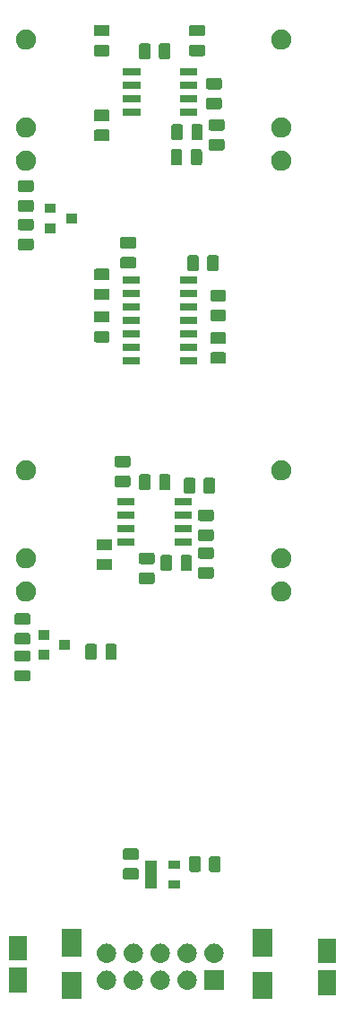
<source format=gbr>
G04 #@! TF.GenerationSoftware,KiCad,Pcbnew,5.0.2+dfsg1-1~bpo9+1*
G04 #@! TF.CreationDate,2019-02-28T12:06:51-08:00*
G04 #@! TF.ProjectId,Drum,4472756d-2e6b-4696-9361-645f70636258,rev?*
G04 #@! TF.SameCoordinates,Original*
G04 #@! TF.FileFunction,Soldermask,Top*
G04 #@! TF.FilePolarity,Negative*
%FSLAX46Y46*%
G04 Gerber Fmt 4.6, Leading zero omitted, Abs format (unit mm)*
G04 Created by KiCad (PCBNEW 5.0.2+dfsg1-1~bpo9+1) date Thu 28 Feb 2019 12:06:51 PM PST*
%MOMM*%
%LPD*%
G01*
G04 APERTURE LIST*
%ADD10C,0.100000*%
G04 APERTURE END LIST*
D10*
G36*
X168337000Y-140969000D02*
X166435000Y-140969000D01*
X166435000Y-138367000D01*
X168337000Y-138367000D01*
X168337000Y-140969000D01*
X168337000Y-140969000D01*
G37*
G36*
X150303000Y-140969000D02*
X148401000Y-140969000D01*
X148401000Y-138367000D01*
X150303000Y-138367000D01*
X150303000Y-140969000D01*
X150303000Y-140969000D01*
G37*
G36*
X174333000Y-140573000D02*
X172631000Y-140573000D01*
X172631000Y-138271000D01*
X174333000Y-138271000D01*
X174333000Y-140573000D01*
X174333000Y-140573000D01*
G37*
G36*
X145123000Y-140319000D02*
X143421000Y-140319000D01*
X143421000Y-138017000D01*
X145123000Y-138017000D01*
X145123000Y-140319000D01*
X145123000Y-140319000D01*
G37*
G36*
X155373294Y-138290633D02*
X155545694Y-138342931D01*
X155545696Y-138342932D01*
X155704583Y-138427859D01*
X155704585Y-138427860D01*
X155704584Y-138427860D01*
X155843849Y-138542151D01*
X155958140Y-138681416D01*
X156043069Y-138840306D01*
X156095367Y-139012706D01*
X156113025Y-139192000D01*
X156095367Y-139371294D01*
X156043069Y-139543694D01*
X156043068Y-139543696D01*
X155958141Y-139702583D01*
X155843849Y-139841849D01*
X155704583Y-139956141D01*
X155545696Y-140041068D01*
X155545694Y-140041069D01*
X155373294Y-140093367D01*
X155238931Y-140106600D01*
X155149069Y-140106600D01*
X155014706Y-140093367D01*
X154842306Y-140041069D01*
X154842304Y-140041068D01*
X154683417Y-139956141D01*
X154544151Y-139841849D01*
X154429859Y-139702583D01*
X154344932Y-139543696D01*
X154344931Y-139543694D01*
X154292633Y-139371294D01*
X154274975Y-139192000D01*
X154292633Y-139012706D01*
X154344931Y-138840306D01*
X154429860Y-138681416D01*
X154544151Y-138542151D01*
X154683416Y-138427860D01*
X154683415Y-138427860D01*
X154683417Y-138427859D01*
X154842304Y-138342932D01*
X154842306Y-138342931D01*
X155014706Y-138290633D01*
X155149069Y-138277400D01*
X155238931Y-138277400D01*
X155373294Y-138290633D01*
X155373294Y-138290633D01*
G37*
G36*
X157913294Y-138290633D02*
X158085694Y-138342931D01*
X158085696Y-138342932D01*
X158244583Y-138427859D01*
X158244585Y-138427860D01*
X158244584Y-138427860D01*
X158383849Y-138542151D01*
X158498140Y-138681416D01*
X158583069Y-138840306D01*
X158635367Y-139012706D01*
X158653025Y-139192000D01*
X158635367Y-139371294D01*
X158583069Y-139543694D01*
X158583068Y-139543696D01*
X158498141Y-139702583D01*
X158383849Y-139841849D01*
X158244583Y-139956141D01*
X158085696Y-140041068D01*
X158085694Y-140041069D01*
X157913294Y-140093367D01*
X157778931Y-140106600D01*
X157689069Y-140106600D01*
X157554706Y-140093367D01*
X157382306Y-140041069D01*
X157382304Y-140041068D01*
X157223417Y-139956141D01*
X157084151Y-139841849D01*
X156969859Y-139702583D01*
X156884932Y-139543696D01*
X156884931Y-139543694D01*
X156832633Y-139371294D01*
X156814975Y-139192000D01*
X156832633Y-139012706D01*
X156884931Y-138840306D01*
X156969860Y-138681416D01*
X157084151Y-138542151D01*
X157223416Y-138427860D01*
X157223415Y-138427860D01*
X157223417Y-138427859D01*
X157382304Y-138342932D01*
X157382306Y-138342931D01*
X157554706Y-138290633D01*
X157689069Y-138277400D01*
X157778931Y-138277400D01*
X157913294Y-138290633D01*
X157913294Y-138290633D01*
G37*
G36*
X160453294Y-138290633D02*
X160625694Y-138342931D01*
X160625696Y-138342932D01*
X160784583Y-138427859D01*
X160784585Y-138427860D01*
X160784584Y-138427860D01*
X160923849Y-138542151D01*
X161038140Y-138681416D01*
X161123069Y-138840306D01*
X161175367Y-139012706D01*
X161193025Y-139192000D01*
X161175367Y-139371294D01*
X161123069Y-139543694D01*
X161123068Y-139543696D01*
X161038141Y-139702583D01*
X160923849Y-139841849D01*
X160784583Y-139956141D01*
X160625696Y-140041068D01*
X160625694Y-140041069D01*
X160453294Y-140093367D01*
X160318931Y-140106600D01*
X160229069Y-140106600D01*
X160094706Y-140093367D01*
X159922306Y-140041069D01*
X159922304Y-140041068D01*
X159763417Y-139956141D01*
X159624151Y-139841849D01*
X159509859Y-139702583D01*
X159424932Y-139543696D01*
X159424931Y-139543694D01*
X159372633Y-139371294D01*
X159354975Y-139192000D01*
X159372633Y-139012706D01*
X159424931Y-138840306D01*
X159509860Y-138681416D01*
X159624151Y-138542151D01*
X159763416Y-138427860D01*
X159763415Y-138427860D01*
X159763417Y-138427859D01*
X159922304Y-138342932D01*
X159922306Y-138342931D01*
X160094706Y-138290633D01*
X160229069Y-138277400D01*
X160318931Y-138277400D01*
X160453294Y-138290633D01*
X160453294Y-138290633D01*
G37*
G36*
X163728600Y-140106600D02*
X161899400Y-140106600D01*
X161899400Y-138277400D01*
X163728600Y-138277400D01*
X163728600Y-140106600D01*
X163728600Y-140106600D01*
G37*
G36*
X152833294Y-138290633D02*
X153005694Y-138342931D01*
X153005696Y-138342932D01*
X153164583Y-138427859D01*
X153164585Y-138427860D01*
X153164584Y-138427860D01*
X153303849Y-138542151D01*
X153418140Y-138681416D01*
X153503069Y-138840306D01*
X153555367Y-139012706D01*
X153573025Y-139192000D01*
X153555367Y-139371294D01*
X153503069Y-139543694D01*
X153503068Y-139543696D01*
X153418141Y-139702583D01*
X153303849Y-139841849D01*
X153164583Y-139956141D01*
X153005696Y-140041068D01*
X153005694Y-140041069D01*
X152833294Y-140093367D01*
X152698931Y-140106600D01*
X152609069Y-140106600D01*
X152474706Y-140093367D01*
X152302306Y-140041069D01*
X152302304Y-140041068D01*
X152143417Y-139956141D01*
X152004151Y-139841849D01*
X151889859Y-139702583D01*
X151804932Y-139543696D01*
X151804931Y-139543694D01*
X151752633Y-139371294D01*
X151734975Y-139192000D01*
X151752633Y-139012706D01*
X151804931Y-138840306D01*
X151889860Y-138681416D01*
X152004151Y-138542151D01*
X152143416Y-138427860D01*
X152143415Y-138427860D01*
X152143417Y-138427859D01*
X152302304Y-138342932D01*
X152302306Y-138342931D01*
X152474706Y-138290633D01*
X152609069Y-138277400D01*
X152698931Y-138277400D01*
X152833294Y-138290633D01*
X152833294Y-138290633D01*
G37*
G36*
X174333000Y-137573000D02*
X172631000Y-137573000D01*
X172631000Y-135271000D01*
X174333000Y-135271000D01*
X174333000Y-137573000D01*
X174333000Y-137573000D01*
G37*
G36*
X152833294Y-135750633D02*
X153005694Y-135802931D01*
X153005696Y-135802932D01*
X153164583Y-135887859D01*
X153164585Y-135887860D01*
X153164584Y-135887860D01*
X153303849Y-136002151D01*
X153418140Y-136141416D01*
X153503069Y-136300306D01*
X153555367Y-136472706D01*
X153573025Y-136652000D01*
X153555367Y-136831294D01*
X153503069Y-137003694D01*
X153503068Y-137003696D01*
X153418141Y-137162583D01*
X153303849Y-137301849D01*
X153164583Y-137416141D01*
X153005696Y-137501068D01*
X153005694Y-137501069D01*
X152833294Y-137553367D01*
X152698931Y-137566600D01*
X152609069Y-137566600D01*
X152474706Y-137553367D01*
X152302306Y-137501069D01*
X152302304Y-137501068D01*
X152143417Y-137416141D01*
X152004151Y-137301849D01*
X151889859Y-137162583D01*
X151804932Y-137003696D01*
X151804931Y-137003694D01*
X151752633Y-136831294D01*
X151734975Y-136652000D01*
X151752633Y-136472706D01*
X151804931Y-136300306D01*
X151889860Y-136141416D01*
X152004151Y-136002151D01*
X152143416Y-135887860D01*
X152143415Y-135887860D01*
X152143417Y-135887859D01*
X152302304Y-135802932D01*
X152302306Y-135802931D01*
X152474706Y-135750633D01*
X152609069Y-135737400D01*
X152698931Y-135737400D01*
X152833294Y-135750633D01*
X152833294Y-135750633D01*
G37*
G36*
X155373294Y-135750633D02*
X155545694Y-135802931D01*
X155545696Y-135802932D01*
X155704583Y-135887859D01*
X155704585Y-135887860D01*
X155704584Y-135887860D01*
X155843849Y-136002151D01*
X155958140Y-136141416D01*
X156043069Y-136300306D01*
X156095367Y-136472706D01*
X156113025Y-136652000D01*
X156095367Y-136831294D01*
X156043069Y-137003694D01*
X156043068Y-137003696D01*
X155958141Y-137162583D01*
X155843849Y-137301849D01*
X155704583Y-137416141D01*
X155545696Y-137501068D01*
X155545694Y-137501069D01*
X155373294Y-137553367D01*
X155238931Y-137566600D01*
X155149069Y-137566600D01*
X155014706Y-137553367D01*
X154842306Y-137501069D01*
X154842304Y-137501068D01*
X154683417Y-137416141D01*
X154544151Y-137301849D01*
X154429859Y-137162583D01*
X154344932Y-137003696D01*
X154344931Y-137003694D01*
X154292633Y-136831294D01*
X154274975Y-136652000D01*
X154292633Y-136472706D01*
X154344931Y-136300306D01*
X154429860Y-136141416D01*
X154544151Y-136002151D01*
X154683416Y-135887860D01*
X154683415Y-135887860D01*
X154683417Y-135887859D01*
X154842304Y-135802932D01*
X154842306Y-135802931D01*
X155014706Y-135750633D01*
X155149069Y-135737400D01*
X155238931Y-135737400D01*
X155373294Y-135750633D01*
X155373294Y-135750633D01*
G37*
G36*
X157913294Y-135750633D02*
X158085694Y-135802931D01*
X158085696Y-135802932D01*
X158244583Y-135887859D01*
X158244585Y-135887860D01*
X158244584Y-135887860D01*
X158383849Y-136002151D01*
X158498140Y-136141416D01*
X158583069Y-136300306D01*
X158635367Y-136472706D01*
X158653025Y-136652000D01*
X158635367Y-136831294D01*
X158583069Y-137003694D01*
X158583068Y-137003696D01*
X158498141Y-137162583D01*
X158383849Y-137301849D01*
X158244583Y-137416141D01*
X158085696Y-137501068D01*
X158085694Y-137501069D01*
X157913294Y-137553367D01*
X157778931Y-137566600D01*
X157689069Y-137566600D01*
X157554706Y-137553367D01*
X157382306Y-137501069D01*
X157382304Y-137501068D01*
X157223417Y-137416141D01*
X157084151Y-137301849D01*
X156969859Y-137162583D01*
X156884932Y-137003696D01*
X156884931Y-137003694D01*
X156832633Y-136831294D01*
X156814975Y-136652000D01*
X156832633Y-136472706D01*
X156884931Y-136300306D01*
X156969860Y-136141416D01*
X157084151Y-136002151D01*
X157223416Y-135887860D01*
X157223415Y-135887860D01*
X157223417Y-135887859D01*
X157382304Y-135802932D01*
X157382306Y-135802931D01*
X157554706Y-135750633D01*
X157689069Y-135737400D01*
X157778931Y-135737400D01*
X157913294Y-135750633D01*
X157913294Y-135750633D01*
G37*
G36*
X162993294Y-135750633D02*
X163165694Y-135802931D01*
X163165696Y-135802932D01*
X163324583Y-135887859D01*
X163324585Y-135887860D01*
X163324584Y-135887860D01*
X163463849Y-136002151D01*
X163578140Y-136141416D01*
X163663069Y-136300306D01*
X163715367Y-136472706D01*
X163733025Y-136652000D01*
X163715367Y-136831294D01*
X163663069Y-137003694D01*
X163663068Y-137003696D01*
X163578141Y-137162583D01*
X163463849Y-137301849D01*
X163324583Y-137416141D01*
X163165696Y-137501068D01*
X163165694Y-137501069D01*
X162993294Y-137553367D01*
X162858931Y-137566600D01*
X162769069Y-137566600D01*
X162634706Y-137553367D01*
X162462306Y-137501069D01*
X162462304Y-137501068D01*
X162303417Y-137416141D01*
X162164151Y-137301849D01*
X162049859Y-137162583D01*
X161964932Y-137003696D01*
X161964931Y-137003694D01*
X161912633Y-136831294D01*
X161894975Y-136652000D01*
X161912633Y-136472706D01*
X161964931Y-136300306D01*
X162049860Y-136141416D01*
X162164151Y-136002151D01*
X162303416Y-135887860D01*
X162303415Y-135887860D01*
X162303417Y-135887859D01*
X162462304Y-135802932D01*
X162462306Y-135802931D01*
X162634706Y-135750633D01*
X162769069Y-135737400D01*
X162858931Y-135737400D01*
X162993294Y-135750633D01*
X162993294Y-135750633D01*
G37*
G36*
X160453294Y-135750633D02*
X160625694Y-135802931D01*
X160625696Y-135802932D01*
X160784583Y-135887859D01*
X160784585Y-135887860D01*
X160784584Y-135887860D01*
X160923849Y-136002151D01*
X161038140Y-136141416D01*
X161123069Y-136300306D01*
X161175367Y-136472706D01*
X161193025Y-136652000D01*
X161175367Y-136831294D01*
X161123069Y-137003694D01*
X161123068Y-137003696D01*
X161038141Y-137162583D01*
X160923849Y-137301849D01*
X160784583Y-137416141D01*
X160625696Y-137501068D01*
X160625694Y-137501069D01*
X160453294Y-137553367D01*
X160318931Y-137566600D01*
X160229069Y-137566600D01*
X160094706Y-137553367D01*
X159922306Y-137501069D01*
X159922304Y-137501068D01*
X159763417Y-137416141D01*
X159624151Y-137301849D01*
X159509859Y-137162583D01*
X159424932Y-137003696D01*
X159424931Y-137003694D01*
X159372633Y-136831294D01*
X159354975Y-136652000D01*
X159372633Y-136472706D01*
X159424931Y-136300306D01*
X159509860Y-136141416D01*
X159624151Y-136002151D01*
X159763416Y-135887860D01*
X159763415Y-135887860D01*
X159763417Y-135887859D01*
X159922304Y-135802932D01*
X159922306Y-135802931D01*
X160094706Y-135750633D01*
X160229069Y-135737400D01*
X160318931Y-135737400D01*
X160453294Y-135750633D01*
X160453294Y-135750633D01*
G37*
G36*
X145123000Y-137319000D02*
X143421000Y-137319000D01*
X143421000Y-135017000D01*
X145123000Y-135017000D01*
X145123000Y-137319000D01*
X145123000Y-137319000D01*
G37*
G36*
X168337000Y-136969000D02*
X166435000Y-136969000D01*
X166435000Y-134367000D01*
X168337000Y-134367000D01*
X168337000Y-136969000D01*
X168337000Y-136969000D01*
G37*
G36*
X150303000Y-136969000D02*
X148401000Y-136969000D01*
X148401000Y-134367000D01*
X150303000Y-134367000D01*
X150303000Y-136969000D01*
X150303000Y-136969000D01*
G37*
G36*
X157441000Y-130550000D02*
X156279000Y-130550000D01*
X156279000Y-127898000D01*
X157441000Y-127898000D01*
X157441000Y-130550000D01*
X157441000Y-130550000D01*
G37*
G36*
X159641000Y-130550000D02*
X158479000Y-130550000D01*
X158479000Y-129798000D01*
X159641000Y-129798000D01*
X159641000Y-130550000D01*
X159641000Y-130550000D01*
G37*
G36*
X155544466Y-128627565D02*
X155583137Y-128639296D01*
X155618779Y-128658348D01*
X155650017Y-128683983D01*
X155675652Y-128715221D01*
X155694704Y-128750863D01*
X155706435Y-128789534D01*
X155711000Y-128835888D01*
X155711000Y-129487112D01*
X155706435Y-129533466D01*
X155694704Y-129572137D01*
X155675652Y-129607779D01*
X155650017Y-129639017D01*
X155618779Y-129664652D01*
X155583137Y-129683704D01*
X155544466Y-129695435D01*
X155498112Y-129700000D01*
X154421888Y-129700000D01*
X154375534Y-129695435D01*
X154336863Y-129683704D01*
X154301221Y-129664652D01*
X154269983Y-129639017D01*
X154244348Y-129607779D01*
X154225296Y-129572137D01*
X154213565Y-129533466D01*
X154209000Y-129487112D01*
X154209000Y-128835888D01*
X154213565Y-128789534D01*
X154225296Y-128750863D01*
X154244348Y-128715221D01*
X154269983Y-128683983D01*
X154301221Y-128658348D01*
X154336863Y-128639296D01*
X154375534Y-128627565D01*
X154421888Y-128623000D01*
X155498112Y-128623000D01*
X155544466Y-128627565D01*
X155544466Y-128627565D01*
G37*
G36*
X161394466Y-127477565D02*
X161433137Y-127489296D01*
X161468779Y-127508348D01*
X161500017Y-127533983D01*
X161525652Y-127565221D01*
X161544704Y-127600863D01*
X161556435Y-127639534D01*
X161561000Y-127685888D01*
X161561000Y-128762112D01*
X161556435Y-128808466D01*
X161544704Y-128847137D01*
X161525652Y-128882779D01*
X161500017Y-128914017D01*
X161468779Y-128939652D01*
X161433137Y-128958704D01*
X161394466Y-128970435D01*
X161348112Y-128975000D01*
X160696888Y-128975000D01*
X160650534Y-128970435D01*
X160611863Y-128958704D01*
X160576221Y-128939652D01*
X160544983Y-128914017D01*
X160519348Y-128882779D01*
X160500296Y-128847137D01*
X160488565Y-128808466D01*
X160484000Y-128762112D01*
X160484000Y-127685888D01*
X160488565Y-127639534D01*
X160500296Y-127600863D01*
X160519348Y-127565221D01*
X160544983Y-127533983D01*
X160576221Y-127508348D01*
X160611863Y-127489296D01*
X160650534Y-127477565D01*
X160696888Y-127473000D01*
X161348112Y-127473000D01*
X161394466Y-127477565D01*
X161394466Y-127477565D01*
G37*
G36*
X163269466Y-127477565D02*
X163308137Y-127489296D01*
X163343779Y-127508348D01*
X163375017Y-127533983D01*
X163400652Y-127565221D01*
X163419704Y-127600863D01*
X163431435Y-127639534D01*
X163436000Y-127685888D01*
X163436000Y-128762112D01*
X163431435Y-128808466D01*
X163419704Y-128847137D01*
X163400652Y-128882779D01*
X163375017Y-128914017D01*
X163343779Y-128939652D01*
X163308137Y-128958704D01*
X163269466Y-128970435D01*
X163223112Y-128975000D01*
X162571888Y-128975000D01*
X162525534Y-128970435D01*
X162486863Y-128958704D01*
X162451221Y-128939652D01*
X162419983Y-128914017D01*
X162394348Y-128882779D01*
X162375296Y-128847137D01*
X162363565Y-128808466D01*
X162359000Y-128762112D01*
X162359000Y-127685888D01*
X162363565Y-127639534D01*
X162375296Y-127600863D01*
X162394348Y-127565221D01*
X162419983Y-127533983D01*
X162451221Y-127508348D01*
X162486863Y-127489296D01*
X162525534Y-127477565D01*
X162571888Y-127473000D01*
X163223112Y-127473000D01*
X163269466Y-127477565D01*
X163269466Y-127477565D01*
G37*
G36*
X159641000Y-128650000D02*
X158479000Y-128650000D01*
X158479000Y-127898000D01*
X159641000Y-127898000D01*
X159641000Y-128650000D01*
X159641000Y-128650000D01*
G37*
G36*
X155544466Y-126752565D02*
X155583137Y-126764296D01*
X155618779Y-126783348D01*
X155650017Y-126808983D01*
X155675652Y-126840221D01*
X155694704Y-126875863D01*
X155706435Y-126914534D01*
X155711000Y-126960888D01*
X155711000Y-127612112D01*
X155706435Y-127658466D01*
X155694704Y-127697137D01*
X155675652Y-127732779D01*
X155650017Y-127764017D01*
X155618779Y-127789652D01*
X155583137Y-127808704D01*
X155544466Y-127820435D01*
X155498112Y-127825000D01*
X154421888Y-127825000D01*
X154375534Y-127820435D01*
X154336863Y-127808704D01*
X154301221Y-127789652D01*
X154269983Y-127764017D01*
X154244348Y-127732779D01*
X154225296Y-127697137D01*
X154213565Y-127658466D01*
X154209000Y-127612112D01*
X154209000Y-126960888D01*
X154213565Y-126914534D01*
X154225296Y-126875863D01*
X154244348Y-126840221D01*
X154269983Y-126808983D01*
X154301221Y-126783348D01*
X154336863Y-126764296D01*
X154375534Y-126752565D01*
X154421888Y-126748000D01*
X155498112Y-126748000D01*
X155544466Y-126752565D01*
X155544466Y-126752565D01*
G37*
G36*
X145298466Y-109945565D02*
X145337137Y-109957296D01*
X145372779Y-109976348D01*
X145404017Y-110001983D01*
X145429652Y-110033221D01*
X145448704Y-110068863D01*
X145460435Y-110107534D01*
X145465000Y-110153888D01*
X145465000Y-110805112D01*
X145460435Y-110851466D01*
X145448704Y-110890137D01*
X145429652Y-110925779D01*
X145404017Y-110957017D01*
X145372779Y-110982652D01*
X145337137Y-111001704D01*
X145298466Y-111013435D01*
X145252112Y-111018000D01*
X144175888Y-111018000D01*
X144129534Y-111013435D01*
X144090863Y-111001704D01*
X144055221Y-110982652D01*
X144023983Y-110957017D01*
X143998348Y-110925779D01*
X143979296Y-110890137D01*
X143967565Y-110851466D01*
X143963000Y-110805112D01*
X143963000Y-110153888D01*
X143967565Y-110107534D01*
X143979296Y-110068863D01*
X143998348Y-110033221D01*
X144023983Y-110001983D01*
X144055221Y-109976348D01*
X144090863Y-109957296D01*
X144129534Y-109945565D01*
X144175888Y-109941000D01*
X145252112Y-109941000D01*
X145298466Y-109945565D01*
X145298466Y-109945565D01*
G37*
G36*
X145298466Y-108070565D02*
X145337137Y-108082296D01*
X145372779Y-108101348D01*
X145404017Y-108126983D01*
X145429652Y-108158221D01*
X145448704Y-108193863D01*
X145460435Y-108232534D01*
X145465000Y-108278888D01*
X145465000Y-108930112D01*
X145460435Y-108976466D01*
X145448704Y-109015137D01*
X145429652Y-109050779D01*
X145404017Y-109082017D01*
X145372779Y-109107652D01*
X145337137Y-109126704D01*
X145298466Y-109138435D01*
X145252112Y-109143000D01*
X144175888Y-109143000D01*
X144129534Y-109138435D01*
X144090863Y-109126704D01*
X144055221Y-109107652D01*
X144023983Y-109082017D01*
X143998348Y-109050779D01*
X143979296Y-109015137D01*
X143967565Y-108976466D01*
X143963000Y-108930112D01*
X143963000Y-108278888D01*
X143967565Y-108232534D01*
X143979296Y-108193863D01*
X143998348Y-108158221D01*
X144023983Y-108126983D01*
X144055221Y-108101348D01*
X144090863Y-108082296D01*
X144129534Y-108070565D01*
X144175888Y-108066000D01*
X145252112Y-108066000D01*
X145298466Y-108070565D01*
X145298466Y-108070565D01*
G37*
G36*
X151580466Y-107457565D02*
X151619137Y-107469296D01*
X151654779Y-107488348D01*
X151686017Y-107513983D01*
X151711652Y-107545221D01*
X151730704Y-107580863D01*
X151742435Y-107619534D01*
X151747000Y-107665888D01*
X151747000Y-108742112D01*
X151742435Y-108788466D01*
X151730704Y-108827137D01*
X151711652Y-108862779D01*
X151686017Y-108894017D01*
X151654779Y-108919652D01*
X151619137Y-108938704D01*
X151580466Y-108950435D01*
X151534112Y-108955000D01*
X150882888Y-108955000D01*
X150836534Y-108950435D01*
X150797863Y-108938704D01*
X150762221Y-108919652D01*
X150730983Y-108894017D01*
X150705348Y-108862779D01*
X150686296Y-108827137D01*
X150674565Y-108788466D01*
X150670000Y-108742112D01*
X150670000Y-107665888D01*
X150674565Y-107619534D01*
X150686296Y-107580863D01*
X150705348Y-107545221D01*
X150730983Y-107513983D01*
X150762221Y-107488348D01*
X150797863Y-107469296D01*
X150836534Y-107457565D01*
X150882888Y-107453000D01*
X151534112Y-107453000D01*
X151580466Y-107457565D01*
X151580466Y-107457565D01*
G37*
G36*
X153455466Y-107457565D02*
X153494137Y-107469296D01*
X153529779Y-107488348D01*
X153561017Y-107513983D01*
X153586652Y-107545221D01*
X153605704Y-107580863D01*
X153617435Y-107619534D01*
X153622000Y-107665888D01*
X153622000Y-108742112D01*
X153617435Y-108788466D01*
X153605704Y-108827137D01*
X153586652Y-108862779D01*
X153561017Y-108894017D01*
X153529779Y-108919652D01*
X153494137Y-108938704D01*
X153455466Y-108950435D01*
X153409112Y-108955000D01*
X152757888Y-108955000D01*
X152711534Y-108950435D01*
X152672863Y-108938704D01*
X152637221Y-108919652D01*
X152605983Y-108894017D01*
X152580348Y-108862779D01*
X152561296Y-108827137D01*
X152549565Y-108788466D01*
X152545000Y-108742112D01*
X152545000Y-107665888D01*
X152549565Y-107619534D01*
X152561296Y-107580863D01*
X152580348Y-107545221D01*
X152605983Y-107513983D01*
X152637221Y-107488348D01*
X152672863Y-107469296D01*
X152711534Y-107457565D01*
X152757888Y-107453000D01*
X153409112Y-107453000D01*
X153455466Y-107457565D01*
X153455466Y-107457565D01*
G37*
G36*
X147215000Y-108943000D02*
X146213000Y-108943000D01*
X146213000Y-108041000D01*
X147215000Y-108041000D01*
X147215000Y-108943000D01*
X147215000Y-108943000D01*
G37*
G36*
X149215000Y-107993000D02*
X148213000Y-107993000D01*
X148213000Y-107091000D01*
X149215000Y-107091000D01*
X149215000Y-107993000D01*
X149215000Y-107993000D01*
G37*
G36*
X145298466Y-106445565D02*
X145337137Y-106457296D01*
X145372779Y-106476348D01*
X145404017Y-106501983D01*
X145429652Y-106533221D01*
X145448704Y-106568863D01*
X145460435Y-106607534D01*
X145465000Y-106653888D01*
X145465000Y-107305112D01*
X145460435Y-107351466D01*
X145448704Y-107390137D01*
X145429652Y-107425779D01*
X145404017Y-107457017D01*
X145372779Y-107482652D01*
X145337137Y-107501704D01*
X145298466Y-107513435D01*
X145252112Y-107518000D01*
X144175888Y-107518000D01*
X144129534Y-107513435D01*
X144090863Y-107501704D01*
X144055221Y-107482652D01*
X144023983Y-107457017D01*
X143998348Y-107425779D01*
X143979296Y-107390137D01*
X143967565Y-107351466D01*
X143963000Y-107305112D01*
X143963000Y-106653888D01*
X143967565Y-106607534D01*
X143979296Y-106568863D01*
X143998348Y-106533221D01*
X144023983Y-106501983D01*
X144055221Y-106476348D01*
X144090863Y-106457296D01*
X144129534Y-106445565D01*
X144175888Y-106441000D01*
X145252112Y-106441000D01*
X145298466Y-106445565D01*
X145298466Y-106445565D01*
G37*
G36*
X147215000Y-107043000D02*
X146213000Y-107043000D01*
X146213000Y-106141000D01*
X147215000Y-106141000D01*
X147215000Y-107043000D01*
X147215000Y-107043000D01*
G37*
G36*
X145298466Y-104570565D02*
X145337137Y-104582296D01*
X145372779Y-104601348D01*
X145404017Y-104626983D01*
X145429652Y-104658221D01*
X145448704Y-104693863D01*
X145460435Y-104732534D01*
X145465000Y-104778888D01*
X145465000Y-105430112D01*
X145460435Y-105476466D01*
X145448704Y-105515137D01*
X145429652Y-105550779D01*
X145404017Y-105582017D01*
X145372779Y-105607652D01*
X145337137Y-105626704D01*
X145298466Y-105638435D01*
X145252112Y-105643000D01*
X144175888Y-105643000D01*
X144129534Y-105638435D01*
X144090863Y-105626704D01*
X144055221Y-105607652D01*
X144023983Y-105582017D01*
X143998348Y-105550779D01*
X143979296Y-105515137D01*
X143967565Y-105476466D01*
X143963000Y-105430112D01*
X143963000Y-104778888D01*
X143967565Y-104732534D01*
X143979296Y-104693863D01*
X143998348Y-104658221D01*
X144023983Y-104626983D01*
X144055221Y-104601348D01*
X144090863Y-104582296D01*
X144129534Y-104570565D01*
X144175888Y-104566000D01*
X145252112Y-104566000D01*
X145298466Y-104570565D01*
X145298466Y-104570565D01*
G37*
G36*
X169441396Y-101577546D02*
X169614466Y-101649234D01*
X169770230Y-101753312D01*
X169902688Y-101885770D01*
X170006766Y-102041534D01*
X170078454Y-102214604D01*
X170115000Y-102398333D01*
X170115000Y-102585667D01*
X170078454Y-102769396D01*
X170006766Y-102942466D01*
X169902688Y-103098230D01*
X169770230Y-103230688D01*
X169614466Y-103334766D01*
X169441396Y-103406454D01*
X169257667Y-103443000D01*
X169070333Y-103443000D01*
X168886604Y-103406454D01*
X168713534Y-103334766D01*
X168557770Y-103230688D01*
X168425312Y-103098230D01*
X168321234Y-102942466D01*
X168249546Y-102769396D01*
X168213000Y-102585667D01*
X168213000Y-102398333D01*
X168249546Y-102214604D01*
X168321234Y-102041534D01*
X168425312Y-101885770D01*
X168557770Y-101753312D01*
X168713534Y-101649234D01*
X168886604Y-101577546D01*
X169070333Y-101541000D01*
X169257667Y-101541000D01*
X169441396Y-101577546D01*
X169441396Y-101577546D01*
G37*
G36*
X145311396Y-101577546D02*
X145484466Y-101649234D01*
X145640230Y-101753312D01*
X145772688Y-101885770D01*
X145876766Y-102041534D01*
X145948454Y-102214604D01*
X145985000Y-102398333D01*
X145985000Y-102585667D01*
X145948454Y-102769396D01*
X145876766Y-102942466D01*
X145772688Y-103098230D01*
X145640230Y-103230688D01*
X145484466Y-103334766D01*
X145311396Y-103406454D01*
X145127667Y-103443000D01*
X144940333Y-103443000D01*
X144756604Y-103406454D01*
X144583534Y-103334766D01*
X144427770Y-103230688D01*
X144295312Y-103098230D01*
X144191234Y-102942466D01*
X144119546Y-102769396D01*
X144083000Y-102585667D01*
X144083000Y-102398333D01*
X144119546Y-102214604D01*
X144191234Y-102041534D01*
X144295312Y-101885770D01*
X144427770Y-101753312D01*
X144583534Y-101649234D01*
X144756604Y-101577546D01*
X144940333Y-101541000D01*
X145127667Y-101541000D01*
X145311396Y-101577546D01*
X145311396Y-101577546D01*
G37*
G36*
X157048466Y-100733565D02*
X157087137Y-100745296D01*
X157122779Y-100764348D01*
X157154017Y-100789983D01*
X157179652Y-100821221D01*
X157198704Y-100856863D01*
X157210435Y-100895534D01*
X157215000Y-100941888D01*
X157215000Y-101593112D01*
X157210435Y-101639466D01*
X157198704Y-101678137D01*
X157179652Y-101713779D01*
X157154017Y-101745017D01*
X157122779Y-101770652D01*
X157087137Y-101789704D01*
X157048466Y-101801435D01*
X157002112Y-101806000D01*
X155925888Y-101806000D01*
X155879534Y-101801435D01*
X155840863Y-101789704D01*
X155805221Y-101770652D01*
X155773983Y-101745017D01*
X155748348Y-101713779D01*
X155729296Y-101678137D01*
X155717565Y-101639466D01*
X155713000Y-101593112D01*
X155713000Y-100941888D01*
X155717565Y-100895534D01*
X155729296Y-100856863D01*
X155748348Y-100821221D01*
X155773983Y-100789983D01*
X155805221Y-100764348D01*
X155840863Y-100745296D01*
X155879534Y-100733565D01*
X155925888Y-100729000D01*
X157002112Y-100729000D01*
X157048466Y-100733565D01*
X157048466Y-100733565D01*
G37*
G36*
X162636466Y-100225565D02*
X162675137Y-100237296D01*
X162710779Y-100256348D01*
X162742017Y-100281983D01*
X162767652Y-100313221D01*
X162786704Y-100348863D01*
X162798435Y-100387534D01*
X162803000Y-100433888D01*
X162803000Y-101085112D01*
X162798435Y-101131466D01*
X162786704Y-101170137D01*
X162767652Y-101205779D01*
X162742017Y-101237017D01*
X162710779Y-101262652D01*
X162675137Y-101281704D01*
X162636466Y-101293435D01*
X162590112Y-101298000D01*
X161513888Y-101298000D01*
X161467534Y-101293435D01*
X161428863Y-101281704D01*
X161393221Y-101262652D01*
X161361983Y-101237017D01*
X161336348Y-101205779D01*
X161317296Y-101170137D01*
X161305565Y-101131466D01*
X161301000Y-101085112D01*
X161301000Y-100433888D01*
X161305565Y-100387534D01*
X161317296Y-100348863D01*
X161336348Y-100313221D01*
X161361983Y-100281983D01*
X161393221Y-100256348D01*
X161428863Y-100237296D01*
X161467534Y-100225565D01*
X161513888Y-100221000D01*
X162590112Y-100221000D01*
X162636466Y-100225565D01*
X162636466Y-100225565D01*
G37*
G36*
X160567466Y-99075565D02*
X160606137Y-99087296D01*
X160641779Y-99106348D01*
X160673017Y-99131983D01*
X160698652Y-99163221D01*
X160717704Y-99198863D01*
X160729435Y-99237534D01*
X160734000Y-99283888D01*
X160734000Y-100360112D01*
X160729435Y-100406466D01*
X160717704Y-100445137D01*
X160698652Y-100480779D01*
X160673017Y-100512017D01*
X160641779Y-100537652D01*
X160606137Y-100556704D01*
X160567466Y-100568435D01*
X160521112Y-100573000D01*
X159869888Y-100573000D01*
X159823534Y-100568435D01*
X159784863Y-100556704D01*
X159749221Y-100537652D01*
X159717983Y-100512017D01*
X159692348Y-100480779D01*
X159673296Y-100445137D01*
X159661565Y-100406466D01*
X159657000Y-100360112D01*
X159657000Y-99283888D01*
X159661565Y-99237534D01*
X159673296Y-99198863D01*
X159692348Y-99163221D01*
X159717983Y-99131983D01*
X159749221Y-99106348D01*
X159784863Y-99087296D01*
X159823534Y-99075565D01*
X159869888Y-99071000D01*
X160521112Y-99071000D01*
X160567466Y-99075565D01*
X160567466Y-99075565D01*
G37*
G36*
X158692466Y-99075565D02*
X158731137Y-99087296D01*
X158766779Y-99106348D01*
X158798017Y-99131983D01*
X158823652Y-99163221D01*
X158842704Y-99198863D01*
X158854435Y-99237534D01*
X158859000Y-99283888D01*
X158859000Y-100360112D01*
X158854435Y-100406466D01*
X158842704Y-100445137D01*
X158823652Y-100480779D01*
X158798017Y-100512017D01*
X158766779Y-100537652D01*
X158731137Y-100556704D01*
X158692466Y-100568435D01*
X158646112Y-100573000D01*
X157994888Y-100573000D01*
X157948534Y-100568435D01*
X157909863Y-100556704D01*
X157874221Y-100537652D01*
X157842983Y-100512017D01*
X157817348Y-100480779D01*
X157798296Y-100445137D01*
X157786565Y-100406466D01*
X157782000Y-100360112D01*
X157782000Y-99283888D01*
X157786565Y-99237534D01*
X157798296Y-99198863D01*
X157817348Y-99163221D01*
X157842983Y-99131983D01*
X157874221Y-99106348D01*
X157909863Y-99087296D01*
X157948534Y-99075565D01*
X157994888Y-99071000D01*
X158646112Y-99071000D01*
X158692466Y-99075565D01*
X158692466Y-99075565D01*
G37*
G36*
X153036466Y-99445565D02*
X153075137Y-99457296D01*
X153110779Y-99476348D01*
X153142017Y-99501983D01*
X153167652Y-99533221D01*
X153186704Y-99568863D01*
X153198435Y-99607534D01*
X153203000Y-99653888D01*
X153203000Y-100305112D01*
X153198435Y-100351466D01*
X153186704Y-100390137D01*
X153167652Y-100425779D01*
X153142017Y-100457017D01*
X153110779Y-100482652D01*
X153075137Y-100501704D01*
X153036466Y-100513435D01*
X152990112Y-100518000D01*
X151913888Y-100518000D01*
X151867534Y-100513435D01*
X151828863Y-100501704D01*
X151793221Y-100482652D01*
X151761983Y-100457017D01*
X151736348Y-100425779D01*
X151717296Y-100390137D01*
X151705565Y-100351466D01*
X151701000Y-100305112D01*
X151701000Y-99653888D01*
X151705565Y-99607534D01*
X151717296Y-99568863D01*
X151736348Y-99533221D01*
X151761983Y-99501983D01*
X151793221Y-99476348D01*
X151828863Y-99457296D01*
X151867534Y-99445565D01*
X151913888Y-99441000D01*
X152990112Y-99441000D01*
X153036466Y-99445565D01*
X153036466Y-99445565D01*
G37*
G36*
X169441396Y-98477546D02*
X169614466Y-98549234D01*
X169770230Y-98653312D01*
X169902688Y-98785770D01*
X170006766Y-98941534D01*
X170078454Y-99114604D01*
X170115000Y-99298333D01*
X170115000Y-99485667D01*
X170078454Y-99669396D01*
X170006766Y-99842466D01*
X169902688Y-99998230D01*
X169770230Y-100130688D01*
X169614466Y-100234766D01*
X169441396Y-100306454D01*
X169257667Y-100343000D01*
X169070333Y-100343000D01*
X168886604Y-100306454D01*
X168713534Y-100234766D01*
X168557770Y-100130688D01*
X168425312Y-99998230D01*
X168321234Y-99842466D01*
X168249546Y-99669396D01*
X168213000Y-99485667D01*
X168213000Y-99298333D01*
X168249546Y-99114604D01*
X168321234Y-98941534D01*
X168425312Y-98785770D01*
X168557770Y-98653312D01*
X168713534Y-98549234D01*
X168886604Y-98477546D01*
X169070333Y-98441000D01*
X169257667Y-98441000D01*
X169441396Y-98477546D01*
X169441396Y-98477546D01*
G37*
G36*
X145311396Y-98477546D02*
X145484466Y-98549234D01*
X145640230Y-98653312D01*
X145772688Y-98785770D01*
X145876766Y-98941534D01*
X145948454Y-99114604D01*
X145985000Y-99298333D01*
X145985000Y-99485667D01*
X145948454Y-99669396D01*
X145876766Y-99842466D01*
X145772688Y-99998230D01*
X145640230Y-100130688D01*
X145484466Y-100234766D01*
X145311396Y-100306454D01*
X145127667Y-100343000D01*
X144940333Y-100343000D01*
X144756604Y-100306454D01*
X144583534Y-100234766D01*
X144427770Y-100130688D01*
X144295312Y-99998230D01*
X144191234Y-99842466D01*
X144119546Y-99669396D01*
X144083000Y-99485667D01*
X144083000Y-99298333D01*
X144119546Y-99114604D01*
X144191234Y-98941534D01*
X144295312Y-98785770D01*
X144427770Y-98653312D01*
X144583534Y-98549234D01*
X144756604Y-98477546D01*
X144940333Y-98441000D01*
X145127667Y-98441000D01*
X145311396Y-98477546D01*
X145311396Y-98477546D01*
G37*
G36*
X157048466Y-98858565D02*
X157087137Y-98870296D01*
X157122779Y-98889348D01*
X157154017Y-98914983D01*
X157179652Y-98946221D01*
X157198704Y-98981863D01*
X157210435Y-99020534D01*
X157215000Y-99066888D01*
X157215000Y-99718112D01*
X157210435Y-99764466D01*
X157198704Y-99803137D01*
X157179652Y-99838779D01*
X157154017Y-99870017D01*
X157122779Y-99895652D01*
X157087137Y-99914704D01*
X157048466Y-99926435D01*
X157002112Y-99931000D01*
X155925888Y-99931000D01*
X155879534Y-99926435D01*
X155840863Y-99914704D01*
X155805221Y-99895652D01*
X155773983Y-99870017D01*
X155748348Y-99838779D01*
X155729296Y-99803137D01*
X155717565Y-99764466D01*
X155713000Y-99718112D01*
X155713000Y-99066888D01*
X155717565Y-99020534D01*
X155729296Y-98981863D01*
X155748348Y-98946221D01*
X155773983Y-98914983D01*
X155805221Y-98889348D01*
X155840863Y-98870296D01*
X155879534Y-98858565D01*
X155925888Y-98854000D01*
X157002112Y-98854000D01*
X157048466Y-98858565D01*
X157048466Y-98858565D01*
G37*
G36*
X162636466Y-98350565D02*
X162675137Y-98362296D01*
X162710779Y-98381348D01*
X162742017Y-98406983D01*
X162767652Y-98438221D01*
X162786704Y-98473863D01*
X162798435Y-98512534D01*
X162803000Y-98558888D01*
X162803000Y-99210112D01*
X162798435Y-99256466D01*
X162786704Y-99295137D01*
X162767652Y-99330779D01*
X162742017Y-99362017D01*
X162710779Y-99387652D01*
X162675137Y-99406704D01*
X162636466Y-99418435D01*
X162590112Y-99423000D01*
X161513888Y-99423000D01*
X161467534Y-99418435D01*
X161428863Y-99406704D01*
X161393221Y-99387652D01*
X161361983Y-99362017D01*
X161336348Y-99330779D01*
X161317296Y-99295137D01*
X161305565Y-99256466D01*
X161301000Y-99210112D01*
X161301000Y-98558888D01*
X161305565Y-98512534D01*
X161317296Y-98473863D01*
X161336348Y-98438221D01*
X161361983Y-98406983D01*
X161393221Y-98381348D01*
X161428863Y-98362296D01*
X161467534Y-98350565D01*
X161513888Y-98346000D01*
X162590112Y-98346000D01*
X162636466Y-98350565D01*
X162636466Y-98350565D01*
G37*
G36*
X153036466Y-97570565D02*
X153075137Y-97582296D01*
X153110779Y-97601348D01*
X153142017Y-97626983D01*
X153167652Y-97658221D01*
X153186704Y-97693863D01*
X153198435Y-97732534D01*
X153203000Y-97778888D01*
X153203000Y-98430112D01*
X153198435Y-98476466D01*
X153186704Y-98515137D01*
X153167652Y-98550779D01*
X153142017Y-98582017D01*
X153110779Y-98607652D01*
X153075137Y-98626704D01*
X153036466Y-98638435D01*
X152990112Y-98643000D01*
X151913888Y-98643000D01*
X151867534Y-98638435D01*
X151828863Y-98626704D01*
X151793221Y-98607652D01*
X151761983Y-98582017D01*
X151736348Y-98550779D01*
X151717296Y-98515137D01*
X151705565Y-98476466D01*
X151701000Y-98430112D01*
X151701000Y-97778888D01*
X151705565Y-97732534D01*
X151717296Y-97693863D01*
X151736348Y-97658221D01*
X151761983Y-97626983D01*
X151793221Y-97601348D01*
X151828863Y-97582296D01*
X151867534Y-97570565D01*
X151913888Y-97566000D01*
X152990112Y-97566000D01*
X153036466Y-97570565D01*
X153036466Y-97570565D01*
G37*
G36*
X160728000Y-98198000D02*
X159076000Y-98198000D01*
X159076000Y-97496000D01*
X160728000Y-97496000D01*
X160728000Y-98198000D01*
X160728000Y-98198000D01*
G37*
G36*
X155328000Y-98198000D02*
X153676000Y-98198000D01*
X153676000Y-97496000D01*
X155328000Y-97496000D01*
X155328000Y-98198000D01*
X155328000Y-98198000D01*
G37*
G36*
X162636466Y-96669565D02*
X162675137Y-96681296D01*
X162710779Y-96700348D01*
X162742017Y-96725983D01*
X162767652Y-96757221D01*
X162786704Y-96792863D01*
X162798435Y-96831534D01*
X162803000Y-96877888D01*
X162803000Y-97529112D01*
X162798435Y-97575466D01*
X162786704Y-97614137D01*
X162767652Y-97649779D01*
X162742017Y-97681017D01*
X162710779Y-97706652D01*
X162675137Y-97725704D01*
X162636466Y-97737435D01*
X162590112Y-97742000D01*
X161513888Y-97742000D01*
X161467534Y-97737435D01*
X161428863Y-97725704D01*
X161393221Y-97706652D01*
X161361983Y-97681017D01*
X161336348Y-97649779D01*
X161317296Y-97614137D01*
X161305565Y-97575466D01*
X161301000Y-97529112D01*
X161301000Y-96877888D01*
X161305565Y-96831534D01*
X161317296Y-96792863D01*
X161336348Y-96757221D01*
X161361983Y-96725983D01*
X161393221Y-96700348D01*
X161428863Y-96681296D01*
X161467534Y-96669565D01*
X161513888Y-96665000D01*
X162590112Y-96665000D01*
X162636466Y-96669565D01*
X162636466Y-96669565D01*
G37*
G36*
X155328000Y-96928000D02*
X153676000Y-96928000D01*
X153676000Y-96226000D01*
X155328000Y-96226000D01*
X155328000Y-96928000D01*
X155328000Y-96928000D01*
G37*
G36*
X160728000Y-96928000D02*
X159076000Y-96928000D01*
X159076000Y-96226000D01*
X160728000Y-96226000D01*
X160728000Y-96928000D01*
X160728000Y-96928000D01*
G37*
G36*
X162636466Y-94794565D02*
X162675137Y-94806296D01*
X162710779Y-94825348D01*
X162742017Y-94850983D01*
X162767652Y-94882221D01*
X162786704Y-94917863D01*
X162798435Y-94956534D01*
X162803000Y-95002888D01*
X162803000Y-95654112D01*
X162798435Y-95700466D01*
X162786704Y-95739137D01*
X162767652Y-95774779D01*
X162742017Y-95806017D01*
X162710779Y-95831652D01*
X162675137Y-95850704D01*
X162636466Y-95862435D01*
X162590112Y-95867000D01*
X161513888Y-95867000D01*
X161467534Y-95862435D01*
X161428863Y-95850704D01*
X161393221Y-95831652D01*
X161361983Y-95806017D01*
X161336348Y-95774779D01*
X161317296Y-95739137D01*
X161305565Y-95700466D01*
X161301000Y-95654112D01*
X161301000Y-95002888D01*
X161305565Y-94956534D01*
X161317296Y-94917863D01*
X161336348Y-94882221D01*
X161361983Y-94850983D01*
X161393221Y-94825348D01*
X161428863Y-94806296D01*
X161467534Y-94794565D01*
X161513888Y-94790000D01*
X162590112Y-94790000D01*
X162636466Y-94794565D01*
X162636466Y-94794565D01*
G37*
G36*
X155328000Y-95658000D02*
X153676000Y-95658000D01*
X153676000Y-94956000D01*
X155328000Y-94956000D01*
X155328000Y-95658000D01*
X155328000Y-95658000D01*
G37*
G36*
X160728000Y-95658000D02*
X159076000Y-95658000D01*
X159076000Y-94956000D01*
X160728000Y-94956000D01*
X160728000Y-95658000D01*
X160728000Y-95658000D01*
G37*
G36*
X155328000Y-94388000D02*
X153676000Y-94388000D01*
X153676000Y-93686000D01*
X155328000Y-93686000D01*
X155328000Y-94388000D01*
X155328000Y-94388000D01*
G37*
G36*
X160728000Y-94388000D02*
X159076000Y-94388000D01*
X159076000Y-93686000D01*
X160728000Y-93686000D01*
X160728000Y-94388000D01*
X160728000Y-94388000D01*
G37*
G36*
X160886466Y-91795565D02*
X160925137Y-91807296D01*
X160960779Y-91826348D01*
X160992017Y-91851983D01*
X161017652Y-91883221D01*
X161036704Y-91918863D01*
X161048435Y-91957534D01*
X161053000Y-92003888D01*
X161053000Y-93080112D01*
X161048435Y-93126466D01*
X161036704Y-93165137D01*
X161017652Y-93200779D01*
X160992017Y-93232017D01*
X160960779Y-93257652D01*
X160925137Y-93276704D01*
X160886466Y-93288435D01*
X160840112Y-93293000D01*
X160188888Y-93293000D01*
X160142534Y-93288435D01*
X160103863Y-93276704D01*
X160068221Y-93257652D01*
X160036983Y-93232017D01*
X160011348Y-93200779D01*
X159992296Y-93165137D01*
X159980565Y-93126466D01*
X159976000Y-93080112D01*
X159976000Y-92003888D01*
X159980565Y-91957534D01*
X159992296Y-91918863D01*
X160011348Y-91883221D01*
X160036983Y-91851983D01*
X160068221Y-91826348D01*
X160103863Y-91807296D01*
X160142534Y-91795565D01*
X160188888Y-91791000D01*
X160840112Y-91791000D01*
X160886466Y-91795565D01*
X160886466Y-91795565D01*
G37*
G36*
X162761466Y-91795565D02*
X162800137Y-91807296D01*
X162835779Y-91826348D01*
X162867017Y-91851983D01*
X162892652Y-91883221D01*
X162911704Y-91918863D01*
X162923435Y-91957534D01*
X162928000Y-92003888D01*
X162928000Y-93080112D01*
X162923435Y-93126466D01*
X162911704Y-93165137D01*
X162892652Y-93200779D01*
X162867017Y-93232017D01*
X162835779Y-93257652D01*
X162800137Y-93276704D01*
X162761466Y-93288435D01*
X162715112Y-93293000D01*
X162063888Y-93293000D01*
X162017534Y-93288435D01*
X161978863Y-93276704D01*
X161943221Y-93257652D01*
X161911983Y-93232017D01*
X161886348Y-93200779D01*
X161867296Y-93165137D01*
X161855565Y-93126466D01*
X161851000Y-93080112D01*
X161851000Y-92003888D01*
X161855565Y-91957534D01*
X161867296Y-91918863D01*
X161886348Y-91883221D01*
X161911983Y-91851983D01*
X161943221Y-91826348D01*
X161978863Y-91807296D01*
X162017534Y-91795565D01*
X162063888Y-91791000D01*
X162715112Y-91791000D01*
X162761466Y-91795565D01*
X162761466Y-91795565D01*
G37*
G36*
X158535466Y-91455565D02*
X158574137Y-91467296D01*
X158609779Y-91486348D01*
X158641017Y-91511983D01*
X158666652Y-91543221D01*
X158685704Y-91578863D01*
X158697435Y-91617534D01*
X158702000Y-91663888D01*
X158702000Y-92740112D01*
X158697435Y-92786466D01*
X158685704Y-92825137D01*
X158666652Y-92860779D01*
X158641017Y-92892017D01*
X158609779Y-92917652D01*
X158574137Y-92936704D01*
X158535466Y-92948435D01*
X158489112Y-92953000D01*
X157837888Y-92953000D01*
X157791534Y-92948435D01*
X157752863Y-92936704D01*
X157717221Y-92917652D01*
X157685983Y-92892017D01*
X157660348Y-92860779D01*
X157641296Y-92825137D01*
X157629565Y-92786466D01*
X157625000Y-92740112D01*
X157625000Y-91663888D01*
X157629565Y-91617534D01*
X157641296Y-91578863D01*
X157660348Y-91543221D01*
X157685983Y-91511983D01*
X157717221Y-91486348D01*
X157752863Y-91467296D01*
X157791534Y-91455565D01*
X157837888Y-91451000D01*
X158489112Y-91451000D01*
X158535466Y-91455565D01*
X158535466Y-91455565D01*
G37*
G36*
X156660466Y-91455565D02*
X156699137Y-91467296D01*
X156734779Y-91486348D01*
X156766017Y-91511983D01*
X156791652Y-91543221D01*
X156810704Y-91578863D01*
X156822435Y-91617534D01*
X156827000Y-91663888D01*
X156827000Y-92740112D01*
X156822435Y-92786466D01*
X156810704Y-92825137D01*
X156791652Y-92860779D01*
X156766017Y-92892017D01*
X156734779Y-92917652D01*
X156699137Y-92936704D01*
X156660466Y-92948435D01*
X156614112Y-92953000D01*
X155962888Y-92953000D01*
X155916534Y-92948435D01*
X155877863Y-92936704D01*
X155842221Y-92917652D01*
X155810983Y-92892017D01*
X155785348Y-92860779D01*
X155766296Y-92825137D01*
X155754565Y-92786466D01*
X155750000Y-92740112D01*
X155750000Y-91663888D01*
X155754565Y-91617534D01*
X155766296Y-91578863D01*
X155785348Y-91543221D01*
X155810983Y-91511983D01*
X155842221Y-91486348D01*
X155877863Y-91467296D01*
X155916534Y-91455565D01*
X155962888Y-91451000D01*
X156614112Y-91451000D01*
X156660466Y-91455565D01*
X156660466Y-91455565D01*
G37*
G36*
X154762466Y-91589565D02*
X154801137Y-91601296D01*
X154836779Y-91620348D01*
X154868017Y-91645983D01*
X154893652Y-91677221D01*
X154912704Y-91712863D01*
X154924435Y-91751534D01*
X154929000Y-91797888D01*
X154929000Y-92449112D01*
X154924435Y-92495466D01*
X154912704Y-92534137D01*
X154893652Y-92569779D01*
X154868017Y-92601017D01*
X154836779Y-92626652D01*
X154801137Y-92645704D01*
X154762466Y-92657435D01*
X154716112Y-92662000D01*
X153639888Y-92662000D01*
X153593534Y-92657435D01*
X153554863Y-92645704D01*
X153519221Y-92626652D01*
X153487983Y-92601017D01*
X153462348Y-92569779D01*
X153443296Y-92534137D01*
X153431565Y-92495466D01*
X153427000Y-92449112D01*
X153427000Y-91797888D01*
X153431565Y-91751534D01*
X153443296Y-91712863D01*
X153462348Y-91677221D01*
X153487983Y-91645983D01*
X153519221Y-91620348D01*
X153554863Y-91601296D01*
X153593534Y-91589565D01*
X153639888Y-91585000D01*
X154716112Y-91585000D01*
X154762466Y-91589565D01*
X154762466Y-91589565D01*
G37*
G36*
X169441396Y-90177546D02*
X169614466Y-90249234D01*
X169770230Y-90353312D01*
X169902688Y-90485770D01*
X170006766Y-90641534D01*
X170078454Y-90814604D01*
X170115000Y-90998333D01*
X170115000Y-91185667D01*
X170078454Y-91369396D01*
X170006766Y-91542466D01*
X169902688Y-91698230D01*
X169770230Y-91830688D01*
X169614466Y-91934766D01*
X169441396Y-92006454D01*
X169257667Y-92043000D01*
X169070333Y-92043000D01*
X168886604Y-92006454D01*
X168713534Y-91934766D01*
X168557770Y-91830688D01*
X168425312Y-91698230D01*
X168321234Y-91542466D01*
X168249546Y-91369396D01*
X168213000Y-91185667D01*
X168213000Y-90998333D01*
X168249546Y-90814604D01*
X168321234Y-90641534D01*
X168425312Y-90485770D01*
X168557770Y-90353312D01*
X168713534Y-90249234D01*
X168886604Y-90177546D01*
X169070333Y-90141000D01*
X169257667Y-90141000D01*
X169441396Y-90177546D01*
X169441396Y-90177546D01*
G37*
G36*
X145311396Y-90177546D02*
X145484466Y-90249234D01*
X145640230Y-90353312D01*
X145772688Y-90485770D01*
X145876766Y-90641534D01*
X145948454Y-90814604D01*
X145985000Y-90998333D01*
X145985000Y-91185667D01*
X145948454Y-91369396D01*
X145876766Y-91542466D01*
X145772688Y-91698230D01*
X145640230Y-91830688D01*
X145484466Y-91934766D01*
X145311396Y-92006454D01*
X145127667Y-92043000D01*
X144940333Y-92043000D01*
X144756604Y-92006454D01*
X144583534Y-91934766D01*
X144427770Y-91830688D01*
X144295312Y-91698230D01*
X144191234Y-91542466D01*
X144119546Y-91369396D01*
X144083000Y-91185667D01*
X144083000Y-90998333D01*
X144119546Y-90814604D01*
X144191234Y-90641534D01*
X144295312Y-90485770D01*
X144427770Y-90353312D01*
X144583534Y-90249234D01*
X144756604Y-90177546D01*
X144940333Y-90141000D01*
X145127667Y-90141000D01*
X145311396Y-90177546D01*
X145311396Y-90177546D01*
G37*
G36*
X154762466Y-89714565D02*
X154801137Y-89726296D01*
X154836779Y-89745348D01*
X154868017Y-89770983D01*
X154893652Y-89802221D01*
X154912704Y-89837863D01*
X154924435Y-89876534D01*
X154929000Y-89922888D01*
X154929000Y-90574112D01*
X154924435Y-90620466D01*
X154912704Y-90659137D01*
X154893652Y-90694779D01*
X154868017Y-90726017D01*
X154836779Y-90751652D01*
X154801137Y-90770704D01*
X154762466Y-90782435D01*
X154716112Y-90787000D01*
X153639888Y-90787000D01*
X153593534Y-90782435D01*
X153554863Y-90770704D01*
X153519221Y-90751652D01*
X153487983Y-90726017D01*
X153462348Y-90694779D01*
X153443296Y-90659137D01*
X153431565Y-90620466D01*
X153427000Y-90574112D01*
X153427000Y-89922888D01*
X153431565Y-89876534D01*
X153443296Y-89837863D01*
X153462348Y-89802221D01*
X153487983Y-89770983D01*
X153519221Y-89745348D01*
X153554863Y-89726296D01*
X153593534Y-89714565D01*
X153639888Y-89710000D01*
X154716112Y-89710000D01*
X154762466Y-89714565D01*
X154762466Y-89714565D01*
G37*
G36*
X155835000Y-81123000D02*
X154233000Y-81123000D01*
X154233000Y-80421000D01*
X155835000Y-80421000D01*
X155835000Y-81123000D01*
X155835000Y-81123000D01*
G37*
G36*
X161235000Y-81123000D02*
X159633000Y-81123000D01*
X159633000Y-80421000D01*
X161235000Y-80421000D01*
X161235000Y-81123000D01*
X161235000Y-81123000D01*
G37*
G36*
X163798466Y-79945565D02*
X163837137Y-79957296D01*
X163872779Y-79976348D01*
X163904017Y-80001983D01*
X163929652Y-80033221D01*
X163948704Y-80068863D01*
X163960435Y-80107534D01*
X163965000Y-80153888D01*
X163965000Y-80805112D01*
X163960435Y-80851466D01*
X163948704Y-80890137D01*
X163929652Y-80925779D01*
X163904017Y-80957017D01*
X163872779Y-80982652D01*
X163837137Y-81001704D01*
X163798466Y-81013435D01*
X163752112Y-81018000D01*
X162675888Y-81018000D01*
X162629534Y-81013435D01*
X162590863Y-81001704D01*
X162555221Y-80982652D01*
X162523983Y-80957017D01*
X162498348Y-80925779D01*
X162479296Y-80890137D01*
X162467565Y-80851466D01*
X162463000Y-80805112D01*
X162463000Y-80153888D01*
X162467565Y-80107534D01*
X162479296Y-80068863D01*
X162498348Y-80033221D01*
X162523983Y-80001983D01*
X162555221Y-79976348D01*
X162590863Y-79957296D01*
X162629534Y-79945565D01*
X162675888Y-79941000D01*
X163752112Y-79941000D01*
X163798466Y-79945565D01*
X163798466Y-79945565D01*
G37*
G36*
X155835000Y-79853000D02*
X154233000Y-79853000D01*
X154233000Y-79151000D01*
X155835000Y-79151000D01*
X155835000Y-79853000D01*
X155835000Y-79853000D01*
G37*
G36*
X161235000Y-79853000D02*
X159633000Y-79853000D01*
X159633000Y-79151000D01*
X161235000Y-79151000D01*
X161235000Y-79853000D01*
X161235000Y-79853000D01*
G37*
G36*
X163798466Y-78070565D02*
X163837137Y-78082296D01*
X163872779Y-78101348D01*
X163904017Y-78126983D01*
X163929652Y-78158221D01*
X163948704Y-78193863D01*
X163960435Y-78232534D01*
X163965000Y-78278888D01*
X163965000Y-78930112D01*
X163960435Y-78976466D01*
X163948704Y-79015137D01*
X163929652Y-79050779D01*
X163904017Y-79082017D01*
X163872779Y-79107652D01*
X163837137Y-79126704D01*
X163798466Y-79138435D01*
X163752112Y-79143000D01*
X162675888Y-79143000D01*
X162629534Y-79138435D01*
X162590863Y-79126704D01*
X162555221Y-79107652D01*
X162523983Y-79082017D01*
X162498348Y-79050779D01*
X162479296Y-79015137D01*
X162467565Y-78976466D01*
X162463000Y-78930112D01*
X162463000Y-78278888D01*
X162467565Y-78232534D01*
X162479296Y-78193863D01*
X162498348Y-78158221D01*
X162523983Y-78126983D01*
X162555221Y-78101348D01*
X162590863Y-78082296D01*
X162629534Y-78070565D01*
X162675888Y-78066000D01*
X163752112Y-78066000D01*
X163798466Y-78070565D01*
X163798466Y-78070565D01*
G37*
G36*
X152798466Y-77945565D02*
X152837137Y-77957296D01*
X152872779Y-77976348D01*
X152904017Y-78001983D01*
X152929652Y-78033221D01*
X152948704Y-78068863D01*
X152960435Y-78107534D01*
X152965000Y-78153888D01*
X152965000Y-78805112D01*
X152960435Y-78851466D01*
X152948704Y-78890137D01*
X152929652Y-78925779D01*
X152904017Y-78957017D01*
X152872779Y-78982652D01*
X152837137Y-79001704D01*
X152798466Y-79013435D01*
X152752112Y-79018000D01*
X151675888Y-79018000D01*
X151629534Y-79013435D01*
X151590863Y-79001704D01*
X151555221Y-78982652D01*
X151523983Y-78957017D01*
X151498348Y-78925779D01*
X151479296Y-78890137D01*
X151467565Y-78851466D01*
X151463000Y-78805112D01*
X151463000Y-78153888D01*
X151467565Y-78107534D01*
X151479296Y-78068863D01*
X151498348Y-78033221D01*
X151523983Y-78001983D01*
X151555221Y-77976348D01*
X151590863Y-77957296D01*
X151629534Y-77945565D01*
X151675888Y-77941000D01*
X152752112Y-77941000D01*
X152798466Y-77945565D01*
X152798466Y-77945565D01*
G37*
G36*
X161235000Y-78583000D02*
X159633000Y-78583000D01*
X159633000Y-77881000D01*
X161235000Y-77881000D01*
X161235000Y-78583000D01*
X161235000Y-78583000D01*
G37*
G36*
X155835000Y-78583000D02*
X154233000Y-78583000D01*
X154233000Y-77881000D01*
X155835000Y-77881000D01*
X155835000Y-78583000D01*
X155835000Y-78583000D01*
G37*
G36*
X161235000Y-77313000D02*
X159633000Y-77313000D01*
X159633000Y-76611000D01*
X161235000Y-76611000D01*
X161235000Y-77313000D01*
X161235000Y-77313000D01*
G37*
G36*
X155835000Y-77313000D02*
X154233000Y-77313000D01*
X154233000Y-76611000D01*
X155835000Y-76611000D01*
X155835000Y-77313000D01*
X155835000Y-77313000D01*
G37*
G36*
X152798466Y-76070565D02*
X152837137Y-76082296D01*
X152872779Y-76101348D01*
X152904017Y-76126983D01*
X152929652Y-76158221D01*
X152948704Y-76193863D01*
X152960435Y-76232534D01*
X152965000Y-76278888D01*
X152965000Y-76930112D01*
X152960435Y-76976466D01*
X152948704Y-77015137D01*
X152929652Y-77050779D01*
X152904017Y-77082017D01*
X152872779Y-77107652D01*
X152837137Y-77126704D01*
X152798466Y-77138435D01*
X152752112Y-77143000D01*
X151675888Y-77143000D01*
X151629534Y-77138435D01*
X151590863Y-77126704D01*
X151555221Y-77107652D01*
X151523983Y-77082017D01*
X151498348Y-77050779D01*
X151479296Y-77015137D01*
X151467565Y-76976466D01*
X151463000Y-76930112D01*
X151463000Y-76278888D01*
X151467565Y-76232534D01*
X151479296Y-76193863D01*
X151498348Y-76158221D01*
X151523983Y-76126983D01*
X151555221Y-76101348D01*
X151590863Y-76082296D01*
X151629534Y-76070565D01*
X151675888Y-76066000D01*
X152752112Y-76066000D01*
X152798466Y-76070565D01*
X152798466Y-76070565D01*
G37*
G36*
X163798466Y-75945565D02*
X163837137Y-75957296D01*
X163872779Y-75976348D01*
X163904017Y-76001983D01*
X163929652Y-76033221D01*
X163948704Y-76068863D01*
X163960435Y-76107534D01*
X163965000Y-76153888D01*
X163965000Y-76805112D01*
X163960435Y-76851466D01*
X163948704Y-76890137D01*
X163929652Y-76925779D01*
X163904017Y-76957017D01*
X163872779Y-76982652D01*
X163837137Y-77001704D01*
X163798466Y-77013435D01*
X163752112Y-77018000D01*
X162675888Y-77018000D01*
X162629534Y-77013435D01*
X162590863Y-77001704D01*
X162555221Y-76982652D01*
X162523983Y-76957017D01*
X162498348Y-76925779D01*
X162479296Y-76890137D01*
X162467565Y-76851466D01*
X162463000Y-76805112D01*
X162463000Y-76153888D01*
X162467565Y-76107534D01*
X162479296Y-76068863D01*
X162498348Y-76033221D01*
X162523983Y-76001983D01*
X162555221Y-75976348D01*
X162590863Y-75957296D01*
X162629534Y-75945565D01*
X162675888Y-75941000D01*
X163752112Y-75941000D01*
X163798466Y-75945565D01*
X163798466Y-75945565D01*
G37*
G36*
X161235000Y-76043000D02*
X159633000Y-76043000D01*
X159633000Y-75341000D01*
X161235000Y-75341000D01*
X161235000Y-76043000D01*
X161235000Y-76043000D01*
G37*
G36*
X155835000Y-76043000D02*
X154233000Y-76043000D01*
X154233000Y-75341000D01*
X155835000Y-75341000D01*
X155835000Y-76043000D01*
X155835000Y-76043000D01*
G37*
G36*
X163798466Y-74070565D02*
X163837137Y-74082296D01*
X163872779Y-74101348D01*
X163904017Y-74126983D01*
X163929652Y-74158221D01*
X163948704Y-74193863D01*
X163960435Y-74232534D01*
X163965000Y-74278888D01*
X163965000Y-74930112D01*
X163960435Y-74976466D01*
X163948704Y-75015137D01*
X163929652Y-75050779D01*
X163904017Y-75082017D01*
X163872779Y-75107652D01*
X163837137Y-75126704D01*
X163798466Y-75138435D01*
X163752112Y-75143000D01*
X162675888Y-75143000D01*
X162629534Y-75138435D01*
X162590863Y-75126704D01*
X162555221Y-75107652D01*
X162523983Y-75082017D01*
X162498348Y-75050779D01*
X162479296Y-75015137D01*
X162467565Y-74976466D01*
X162463000Y-74930112D01*
X162463000Y-74278888D01*
X162467565Y-74232534D01*
X162479296Y-74193863D01*
X162498348Y-74158221D01*
X162523983Y-74126983D01*
X162555221Y-74101348D01*
X162590863Y-74082296D01*
X162629534Y-74070565D01*
X162675888Y-74066000D01*
X163752112Y-74066000D01*
X163798466Y-74070565D01*
X163798466Y-74070565D01*
G37*
G36*
X152798466Y-73945565D02*
X152837137Y-73957296D01*
X152872779Y-73976348D01*
X152904017Y-74001983D01*
X152929652Y-74033221D01*
X152948704Y-74068863D01*
X152960435Y-74107534D01*
X152965000Y-74153888D01*
X152965000Y-74805112D01*
X152960435Y-74851466D01*
X152948704Y-74890137D01*
X152929652Y-74925779D01*
X152904017Y-74957017D01*
X152872779Y-74982652D01*
X152837137Y-75001704D01*
X152798466Y-75013435D01*
X152752112Y-75018000D01*
X151675888Y-75018000D01*
X151629534Y-75013435D01*
X151590863Y-75001704D01*
X151555221Y-74982652D01*
X151523983Y-74957017D01*
X151498348Y-74925779D01*
X151479296Y-74890137D01*
X151467565Y-74851466D01*
X151463000Y-74805112D01*
X151463000Y-74153888D01*
X151467565Y-74107534D01*
X151479296Y-74068863D01*
X151498348Y-74033221D01*
X151523983Y-74001983D01*
X151555221Y-73976348D01*
X151590863Y-73957296D01*
X151629534Y-73945565D01*
X151675888Y-73941000D01*
X152752112Y-73941000D01*
X152798466Y-73945565D01*
X152798466Y-73945565D01*
G37*
G36*
X161235000Y-74773000D02*
X159633000Y-74773000D01*
X159633000Y-74071000D01*
X161235000Y-74071000D01*
X161235000Y-74773000D01*
X161235000Y-74773000D01*
G37*
G36*
X155835000Y-74773000D02*
X154233000Y-74773000D01*
X154233000Y-74071000D01*
X155835000Y-74071000D01*
X155835000Y-74773000D01*
X155835000Y-74773000D01*
G37*
G36*
X161235000Y-73503000D02*
X159633000Y-73503000D01*
X159633000Y-72801000D01*
X161235000Y-72801000D01*
X161235000Y-73503000D01*
X161235000Y-73503000D01*
G37*
G36*
X155835000Y-73503000D02*
X154233000Y-73503000D01*
X154233000Y-72801000D01*
X155835000Y-72801000D01*
X155835000Y-73503000D01*
X155835000Y-73503000D01*
G37*
G36*
X152798466Y-72070565D02*
X152837137Y-72082296D01*
X152872779Y-72101348D01*
X152904017Y-72126983D01*
X152929652Y-72158221D01*
X152948704Y-72193863D01*
X152960435Y-72232534D01*
X152965000Y-72278888D01*
X152965000Y-72930112D01*
X152960435Y-72976466D01*
X152948704Y-73015137D01*
X152929652Y-73050779D01*
X152904017Y-73082017D01*
X152872779Y-73107652D01*
X152837137Y-73126704D01*
X152798466Y-73138435D01*
X152752112Y-73143000D01*
X151675888Y-73143000D01*
X151629534Y-73138435D01*
X151590863Y-73126704D01*
X151555221Y-73107652D01*
X151523983Y-73082017D01*
X151498348Y-73050779D01*
X151479296Y-73015137D01*
X151467565Y-72976466D01*
X151463000Y-72930112D01*
X151463000Y-72278888D01*
X151467565Y-72232534D01*
X151479296Y-72193863D01*
X151498348Y-72158221D01*
X151523983Y-72126983D01*
X151555221Y-72101348D01*
X151590863Y-72082296D01*
X151629534Y-72070565D01*
X151675888Y-72066000D01*
X152752112Y-72066000D01*
X152798466Y-72070565D01*
X152798466Y-72070565D01*
G37*
G36*
X163085966Y-70795565D02*
X163124637Y-70807296D01*
X163160279Y-70826348D01*
X163191517Y-70851983D01*
X163217152Y-70883221D01*
X163236204Y-70918863D01*
X163247935Y-70957534D01*
X163252500Y-71003888D01*
X163252500Y-72080112D01*
X163247935Y-72126466D01*
X163236204Y-72165137D01*
X163217152Y-72200779D01*
X163191517Y-72232017D01*
X163160279Y-72257652D01*
X163124637Y-72276704D01*
X163085966Y-72288435D01*
X163039612Y-72293000D01*
X162388388Y-72293000D01*
X162342034Y-72288435D01*
X162303363Y-72276704D01*
X162267721Y-72257652D01*
X162236483Y-72232017D01*
X162210848Y-72200779D01*
X162191796Y-72165137D01*
X162180065Y-72126466D01*
X162175500Y-72080112D01*
X162175500Y-71003888D01*
X162180065Y-70957534D01*
X162191796Y-70918863D01*
X162210848Y-70883221D01*
X162236483Y-70851983D01*
X162267721Y-70826348D01*
X162303363Y-70807296D01*
X162342034Y-70795565D01*
X162388388Y-70791000D01*
X163039612Y-70791000D01*
X163085966Y-70795565D01*
X163085966Y-70795565D01*
G37*
G36*
X161210966Y-70795565D02*
X161249637Y-70807296D01*
X161285279Y-70826348D01*
X161316517Y-70851983D01*
X161342152Y-70883221D01*
X161361204Y-70918863D01*
X161372935Y-70957534D01*
X161377500Y-71003888D01*
X161377500Y-72080112D01*
X161372935Y-72126466D01*
X161361204Y-72165137D01*
X161342152Y-72200779D01*
X161316517Y-72232017D01*
X161285279Y-72257652D01*
X161249637Y-72276704D01*
X161210966Y-72288435D01*
X161164612Y-72293000D01*
X160513388Y-72293000D01*
X160467034Y-72288435D01*
X160428363Y-72276704D01*
X160392721Y-72257652D01*
X160361483Y-72232017D01*
X160335848Y-72200779D01*
X160316796Y-72165137D01*
X160305065Y-72126466D01*
X160300500Y-72080112D01*
X160300500Y-71003888D01*
X160305065Y-70957534D01*
X160316796Y-70918863D01*
X160335848Y-70883221D01*
X160361483Y-70851983D01*
X160392721Y-70826348D01*
X160428363Y-70807296D01*
X160467034Y-70795565D01*
X160513388Y-70791000D01*
X161164612Y-70791000D01*
X161210966Y-70795565D01*
X161210966Y-70795565D01*
G37*
G36*
X155298466Y-70945565D02*
X155337137Y-70957296D01*
X155372779Y-70976348D01*
X155404017Y-71001983D01*
X155429652Y-71033221D01*
X155448704Y-71068863D01*
X155460435Y-71107534D01*
X155465000Y-71153888D01*
X155465000Y-71805112D01*
X155460435Y-71851466D01*
X155448704Y-71890137D01*
X155429652Y-71925779D01*
X155404017Y-71957017D01*
X155372779Y-71982652D01*
X155337137Y-72001704D01*
X155298466Y-72013435D01*
X155252112Y-72018000D01*
X154175888Y-72018000D01*
X154129534Y-72013435D01*
X154090863Y-72001704D01*
X154055221Y-71982652D01*
X154023983Y-71957017D01*
X153998348Y-71925779D01*
X153979296Y-71890137D01*
X153967565Y-71851466D01*
X153963000Y-71805112D01*
X153963000Y-71153888D01*
X153967565Y-71107534D01*
X153979296Y-71068863D01*
X153998348Y-71033221D01*
X154023983Y-71001983D01*
X154055221Y-70976348D01*
X154090863Y-70957296D01*
X154129534Y-70945565D01*
X154175888Y-70941000D01*
X155252112Y-70941000D01*
X155298466Y-70945565D01*
X155298466Y-70945565D01*
G37*
G36*
X145618466Y-69237565D02*
X145657137Y-69249296D01*
X145692779Y-69268348D01*
X145724017Y-69293983D01*
X145749652Y-69325221D01*
X145768704Y-69360863D01*
X145780435Y-69399534D01*
X145785000Y-69445888D01*
X145785000Y-70097112D01*
X145780435Y-70143466D01*
X145768704Y-70182137D01*
X145749652Y-70217779D01*
X145724017Y-70249017D01*
X145692779Y-70274652D01*
X145657137Y-70293704D01*
X145618466Y-70305435D01*
X145572112Y-70310000D01*
X144495888Y-70310000D01*
X144449534Y-70305435D01*
X144410863Y-70293704D01*
X144375221Y-70274652D01*
X144343983Y-70249017D01*
X144318348Y-70217779D01*
X144299296Y-70182137D01*
X144287565Y-70143466D01*
X144283000Y-70097112D01*
X144283000Y-69445888D01*
X144287565Y-69399534D01*
X144299296Y-69360863D01*
X144318348Y-69325221D01*
X144343983Y-69293983D01*
X144375221Y-69268348D01*
X144410863Y-69249296D01*
X144449534Y-69237565D01*
X144495888Y-69233000D01*
X145572112Y-69233000D01*
X145618466Y-69237565D01*
X145618466Y-69237565D01*
G37*
G36*
X155298466Y-69070565D02*
X155337137Y-69082296D01*
X155372779Y-69101348D01*
X155404017Y-69126983D01*
X155429652Y-69158221D01*
X155448704Y-69193863D01*
X155460435Y-69232534D01*
X155465000Y-69278888D01*
X155465000Y-69930112D01*
X155460435Y-69976466D01*
X155448704Y-70015137D01*
X155429652Y-70050779D01*
X155404017Y-70082017D01*
X155372779Y-70107652D01*
X155337137Y-70126704D01*
X155298466Y-70138435D01*
X155252112Y-70143000D01*
X154175888Y-70143000D01*
X154129534Y-70138435D01*
X154090863Y-70126704D01*
X154055221Y-70107652D01*
X154023983Y-70082017D01*
X153998348Y-70050779D01*
X153979296Y-70015137D01*
X153967565Y-69976466D01*
X153963000Y-69930112D01*
X153963000Y-69278888D01*
X153967565Y-69232534D01*
X153979296Y-69193863D01*
X153998348Y-69158221D01*
X154023983Y-69126983D01*
X154055221Y-69101348D01*
X154090863Y-69082296D01*
X154129534Y-69070565D01*
X154175888Y-69066000D01*
X155252112Y-69066000D01*
X155298466Y-69070565D01*
X155298466Y-69070565D01*
G37*
G36*
X147837000Y-68711000D02*
X146835000Y-68711000D01*
X146835000Y-67809000D01*
X147837000Y-67809000D01*
X147837000Y-68711000D01*
X147837000Y-68711000D01*
G37*
G36*
X145618466Y-67362565D02*
X145657137Y-67374296D01*
X145692779Y-67393348D01*
X145724017Y-67418983D01*
X145749652Y-67450221D01*
X145768704Y-67485863D01*
X145780435Y-67524534D01*
X145785000Y-67570888D01*
X145785000Y-68222112D01*
X145780435Y-68268466D01*
X145768704Y-68307137D01*
X145749652Y-68342779D01*
X145724017Y-68374017D01*
X145692779Y-68399652D01*
X145657137Y-68418704D01*
X145618466Y-68430435D01*
X145572112Y-68435000D01*
X144495888Y-68435000D01*
X144449534Y-68430435D01*
X144410863Y-68418704D01*
X144375221Y-68399652D01*
X144343983Y-68374017D01*
X144318348Y-68342779D01*
X144299296Y-68307137D01*
X144287565Y-68268466D01*
X144283000Y-68222112D01*
X144283000Y-67570888D01*
X144287565Y-67524534D01*
X144299296Y-67485863D01*
X144318348Y-67450221D01*
X144343983Y-67418983D01*
X144375221Y-67393348D01*
X144410863Y-67374296D01*
X144449534Y-67362565D01*
X144495888Y-67358000D01*
X145572112Y-67358000D01*
X145618466Y-67362565D01*
X145618466Y-67362565D01*
G37*
G36*
X149837000Y-67761000D02*
X148835000Y-67761000D01*
X148835000Y-66859000D01*
X149837000Y-66859000D01*
X149837000Y-67761000D01*
X149837000Y-67761000D01*
G37*
G36*
X147837000Y-66811000D02*
X146835000Y-66811000D01*
X146835000Y-65909000D01*
X147837000Y-65909000D01*
X147837000Y-66811000D01*
X147837000Y-66811000D01*
G37*
G36*
X145618466Y-65603065D02*
X145657137Y-65614796D01*
X145692779Y-65633848D01*
X145724017Y-65659483D01*
X145749652Y-65690721D01*
X145768704Y-65726363D01*
X145780435Y-65765034D01*
X145785000Y-65811388D01*
X145785000Y-66462612D01*
X145780435Y-66508966D01*
X145768704Y-66547637D01*
X145749652Y-66583279D01*
X145724017Y-66614517D01*
X145692779Y-66640152D01*
X145657137Y-66659204D01*
X145618466Y-66670935D01*
X145572112Y-66675500D01*
X144495888Y-66675500D01*
X144449534Y-66670935D01*
X144410863Y-66659204D01*
X144375221Y-66640152D01*
X144343983Y-66614517D01*
X144318348Y-66583279D01*
X144299296Y-66547637D01*
X144287565Y-66508966D01*
X144283000Y-66462612D01*
X144283000Y-65811388D01*
X144287565Y-65765034D01*
X144299296Y-65726363D01*
X144318348Y-65690721D01*
X144343983Y-65659483D01*
X144375221Y-65633848D01*
X144410863Y-65614796D01*
X144449534Y-65603065D01*
X144495888Y-65598500D01*
X145572112Y-65598500D01*
X145618466Y-65603065D01*
X145618466Y-65603065D01*
G37*
G36*
X145618466Y-63728065D02*
X145657137Y-63739796D01*
X145692779Y-63758848D01*
X145724017Y-63784483D01*
X145749652Y-63815721D01*
X145768704Y-63851363D01*
X145780435Y-63890034D01*
X145785000Y-63936388D01*
X145785000Y-64587612D01*
X145780435Y-64633966D01*
X145768704Y-64672637D01*
X145749652Y-64708279D01*
X145724017Y-64739517D01*
X145692779Y-64765152D01*
X145657137Y-64784204D01*
X145618466Y-64795935D01*
X145572112Y-64800500D01*
X144495888Y-64800500D01*
X144449534Y-64795935D01*
X144410863Y-64784204D01*
X144375221Y-64765152D01*
X144343983Y-64739517D01*
X144318348Y-64708279D01*
X144299296Y-64672637D01*
X144287565Y-64633966D01*
X144283000Y-64587612D01*
X144283000Y-63936388D01*
X144287565Y-63890034D01*
X144299296Y-63851363D01*
X144318348Y-63815721D01*
X144343983Y-63784483D01*
X144375221Y-63758848D01*
X144410863Y-63739796D01*
X144449534Y-63728065D01*
X144495888Y-63723500D01*
X145572112Y-63723500D01*
X145618466Y-63728065D01*
X145618466Y-63728065D01*
G37*
G36*
X169441396Y-60937546D02*
X169614466Y-61009234D01*
X169770230Y-61113312D01*
X169902688Y-61245770D01*
X170006766Y-61401534D01*
X170078454Y-61574604D01*
X170115000Y-61758333D01*
X170115000Y-61945667D01*
X170078454Y-62129396D01*
X170006766Y-62302466D01*
X169902688Y-62458230D01*
X169770230Y-62590688D01*
X169614466Y-62694766D01*
X169441396Y-62766454D01*
X169257667Y-62803000D01*
X169070333Y-62803000D01*
X168886604Y-62766454D01*
X168713534Y-62694766D01*
X168557770Y-62590688D01*
X168425312Y-62458230D01*
X168321234Y-62302466D01*
X168249546Y-62129396D01*
X168213000Y-61945667D01*
X168213000Y-61758333D01*
X168249546Y-61574604D01*
X168321234Y-61401534D01*
X168425312Y-61245770D01*
X168557770Y-61113312D01*
X168713534Y-61009234D01*
X168886604Y-60937546D01*
X169070333Y-60901000D01*
X169257667Y-60901000D01*
X169441396Y-60937546D01*
X169441396Y-60937546D01*
G37*
G36*
X145311396Y-60937546D02*
X145484466Y-61009234D01*
X145640230Y-61113312D01*
X145772688Y-61245770D01*
X145876766Y-61401534D01*
X145948454Y-61574604D01*
X145985000Y-61758333D01*
X145985000Y-61945667D01*
X145948454Y-62129396D01*
X145876766Y-62302466D01*
X145772688Y-62458230D01*
X145640230Y-62590688D01*
X145484466Y-62694766D01*
X145311396Y-62766454D01*
X145127667Y-62803000D01*
X144940333Y-62803000D01*
X144756604Y-62766454D01*
X144583534Y-62694766D01*
X144427770Y-62590688D01*
X144295312Y-62458230D01*
X144191234Y-62302466D01*
X144119546Y-62129396D01*
X144083000Y-61945667D01*
X144083000Y-61758333D01*
X144119546Y-61574604D01*
X144191234Y-61401534D01*
X144295312Y-61245770D01*
X144427770Y-61113312D01*
X144583534Y-61009234D01*
X144756604Y-60937546D01*
X144940333Y-60901000D01*
X145127667Y-60901000D01*
X145311396Y-60937546D01*
X145311396Y-60937546D01*
G37*
G36*
X161523466Y-60795565D02*
X161562137Y-60807296D01*
X161597779Y-60826348D01*
X161629017Y-60851983D01*
X161654652Y-60883221D01*
X161673704Y-60918863D01*
X161685435Y-60957534D01*
X161690000Y-61003888D01*
X161690000Y-62080112D01*
X161685435Y-62126466D01*
X161673704Y-62165137D01*
X161654652Y-62200779D01*
X161629017Y-62232017D01*
X161597779Y-62257652D01*
X161562137Y-62276704D01*
X161523466Y-62288435D01*
X161477112Y-62293000D01*
X160825888Y-62293000D01*
X160779534Y-62288435D01*
X160740863Y-62276704D01*
X160705221Y-62257652D01*
X160673983Y-62232017D01*
X160648348Y-62200779D01*
X160629296Y-62165137D01*
X160617565Y-62126466D01*
X160613000Y-62080112D01*
X160613000Y-61003888D01*
X160617565Y-60957534D01*
X160629296Y-60918863D01*
X160648348Y-60883221D01*
X160673983Y-60851983D01*
X160705221Y-60826348D01*
X160740863Y-60807296D01*
X160779534Y-60795565D01*
X160825888Y-60791000D01*
X161477112Y-60791000D01*
X161523466Y-60795565D01*
X161523466Y-60795565D01*
G37*
G36*
X159648466Y-60795565D02*
X159687137Y-60807296D01*
X159722779Y-60826348D01*
X159754017Y-60851983D01*
X159779652Y-60883221D01*
X159798704Y-60918863D01*
X159810435Y-60957534D01*
X159815000Y-61003888D01*
X159815000Y-62080112D01*
X159810435Y-62126466D01*
X159798704Y-62165137D01*
X159779652Y-62200779D01*
X159754017Y-62232017D01*
X159722779Y-62257652D01*
X159687137Y-62276704D01*
X159648466Y-62288435D01*
X159602112Y-62293000D01*
X158950888Y-62293000D01*
X158904534Y-62288435D01*
X158865863Y-62276704D01*
X158830221Y-62257652D01*
X158798983Y-62232017D01*
X158773348Y-62200779D01*
X158754296Y-62165137D01*
X158742565Y-62126466D01*
X158738000Y-62080112D01*
X158738000Y-61003888D01*
X158742565Y-60957534D01*
X158754296Y-60918863D01*
X158773348Y-60883221D01*
X158798983Y-60851983D01*
X158830221Y-60826348D01*
X158865863Y-60807296D01*
X158904534Y-60795565D01*
X158950888Y-60791000D01*
X159602112Y-60791000D01*
X159648466Y-60795565D01*
X159648466Y-60795565D01*
G37*
G36*
X163652466Y-59839565D02*
X163691137Y-59851296D01*
X163726779Y-59870348D01*
X163758017Y-59895983D01*
X163783652Y-59927221D01*
X163802704Y-59962863D01*
X163814435Y-60001534D01*
X163819000Y-60047888D01*
X163819000Y-60699112D01*
X163814435Y-60745466D01*
X163802704Y-60784137D01*
X163783652Y-60819779D01*
X163758017Y-60851017D01*
X163726779Y-60876652D01*
X163691137Y-60895704D01*
X163652466Y-60907435D01*
X163606112Y-60912000D01*
X162529888Y-60912000D01*
X162483534Y-60907435D01*
X162444863Y-60895704D01*
X162409221Y-60876652D01*
X162377983Y-60851017D01*
X162352348Y-60819779D01*
X162333296Y-60784137D01*
X162321565Y-60745466D01*
X162317000Y-60699112D01*
X162317000Y-60047888D01*
X162321565Y-60001534D01*
X162333296Y-59962863D01*
X162352348Y-59927221D01*
X162377983Y-59895983D01*
X162409221Y-59870348D01*
X162444863Y-59851296D01*
X162483534Y-59839565D01*
X162529888Y-59835000D01*
X163606112Y-59835000D01*
X163652466Y-59839565D01*
X163652466Y-59839565D01*
G37*
G36*
X152798466Y-58945565D02*
X152837137Y-58957296D01*
X152872779Y-58976348D01*
X152904017Y-59001983D01*
X152929652Y-59033221D01*
X152948704Y-59068863D01*
X152960435Y-59107534D01*
X152965000Y-59153888D01*
X152965000Y-59805112D01*
X152960435Y-59851466D01*
X152948704Y-59890137D01*
X152929652Y-59925779D01*
X152904017Y-59957017D01*
X152872779Y-59982652D01*
X152837137Y-60001704D01*
X152798466Y-60013435D01*
X152752112Y-60018000D01*
X151675888Y-60018000D01*
X151629534Y-60013435D01*
X151590863Y-60001704D01*
X151555221Y-59982652D01*
X151523983Y-59957017D01*
X151498348Y-59925779D01*
X151479296Y-59890137D01*
X151467565Y-59851466D01*
X151463000Y-59805112D01*
X151463000Y-59153888D01*
X151467565Y-59107534D01*
X151479296Y-59068863D01*
X151498348Y-59033221D01*
X151523983Y-59001983D01*
X151555221Y-58976348D01*
X151590863Y-58957296D01*
X151629534Y-58945565D01*
X151675888Y-58941000D01*
X152752112Y-58941000D01*
X152798466Y-58945565D01*
X152798466Y-58945565D01*
G37*
G36*
X159708466Y-58435565D02*
X159747137Y-58447296D01*
X159782779Y-58466348D01*
X159814017Y-58491983D01*
X159839652Y-58523221D01*
X159858704Y-58558863D01*
X159870435Y-58597534D01*
X159875000Y-58643888D01*
X159875000Y-59720112D01*
X159870435Y-59766466D01*
X159858704Y-59805137D01*
X159839652Y-59840779D01*
X159814017Y-59872017D01*
X159782779Y-59897652D01*
X159747137Y-59916704D01*
X159708466Y-59928435D01*
X159662112Y-59933000D01*
X159010888Y-59933000D01*
X158964534Y-59928435D01*
X158925863Y-59916704D01*
X158890221Y-59897652D01*
X158858983Y-59872017D01*
X158833348Y-59840779D01*
X158814296Y-59805137D01*
X158802565Y-59766466D01*
X158798000Y-59720112D01*
X158798000Y-58643888D01*
X158802565Y-58597534D01*
X158814296Y-58558863D01*
X158833348Y-58523221D01*
X158858983Y-58491983D01*
X158890221Y-58466348D01*
X158925863Y-58447296D01*
X158964534Y-58435565D01*
X159010888Y-58431000D01*
X159662112Y-58431000D01*
X159708466Y-58435565D01*
X159708466Y-58435565D01*
G37*
G36*
X161583466Y-58435565D02*
X161622137Y-58447296D01*
X161657779Y-58466348D01*
X161689017Y-58491983D01*
X161714652Y-58523221D01*
X161733704Y-58558863D01*
X161745435Y-58597534D01*
X161750000Y-58643888D01*
X161750000Y-59720112D01*
X161745435Y-59766466D01*
X161733704Y-59805137D01*
X161714652Y-59840779D01*
X161689017Y-59872017D01*
X161657779Y-59897652D01*
X161622137Y-59916704D01*
X161583466Y-59928435D01*
X161537112Y-59933000D01*
X160885888Y-59933000D01*
X160839534Y-59928435D01*
X160800863Y-59916704D01*
X160765221Y-59897652D01*
X160733983Y-59872017D01*
X160708348Y-59840779D01*
X160689296Y-59805137D01*
X160677565Y-59766466D01*
X160673000Y-59720112D01*
X160673000Y-58643888D01*
X160677565Y-58597534D01*
X160689296Y-58558863D01*
X160708348Y-58523221D01*
X160733983Y-58491983D01*
X160765221Y-58466348D01*
X160800863Y-58447296D01*
X160839534Y-58435565D01*
X160885888Y-58431000D01*
X161537112Y-58431000D01*
X161583466Y-58435565D01*
X161583466Y-58435565D01*
G37*
G36*
X169441396Y-57837546D02*
X169614466Y-57909234D01*
X169770230Y-58013312D01*
X169902688Y-58145770D01*
X170006766Y-58301534D01*
X170078454Y-58474604D01*
X170115000Y-58658333D01*
X170115000Y-58845667D01*
X170078454Y-59029396D01*
X170006766Y-59202466D01*
X169902688Y-59358230D01*
X169770230Y-59490688D01*
X169614466Y-59594766D01*
X169441396Y-59666454D01*
X169257667Y-59703000D01*
X169070333Y-59703000D01*
X168886604Y-59666454D01*
X168713534Y-59594766D01*
X168557770Y-59490688D01*
X168425312Y-59358230D01*
X168321234Y-59202466D01*
X168249546Y-59029396D01*
X168213000Y-58845667D01*
X168213000Y-58658333D01*
X168249546Y-58474604D01*
X168321234Y-58301534D01*
X168425312Y-58145770D01*
X168557770Y-58013312D01*
X168713534Y-57909234D01*
X168886604Y-57837546D01*
X169070333Y-57801000D01*
X169257667Y-57801000D01*
X169441396Y-57837546D01*
X169441396Y-57837546D01*
G37*
G36*
X145311396Y-57837546D02*
X145484466Y-57909234D01*
X145640230Y-58013312D01*
X145772688Y-58145770D01*
X145876766Y-58301534D01*
X145948454Y-58474604D01*
X145985000Y-58658333D01*
X145985000Y-58845667D01*
X145948454Y-59029396D01*
X145876766Y-59202466D01*
X145772688Y-59358230D01*
X145640230Y-59490688D01*
X145484466Y-59594766D01*
X145311396Y-59666454D01*
X145127667Y-59703000D01*
X144940333Y-59703000D01*
X144756604Y-59666454D01*
X144583534Y-59594766D01*
X144427770Y-59490688D01*
X144295312Y-59358230D01*
X144191234Y-59202466D01*
X144119546Y-59029396D01*
X144083000Y-58845667D01*
X144083000Y-58658333D01*
X144119546Y-58474604D01*
X144191234Y-58301534D01*
X144295312Y-58145770D01*
X144427770Y-58013312D01*
X144583534Y-57909234D01*
X144756604Y-57837546D01*
X144940333Y-57801000D01*
X145127667Y-57801000D01*
X145311396Y-57837546D01*
X145311396Y-57837546D01*
G37*
G36*
X163652466Y-57964565D02*
X163691137Y-57976296D01*
X163726779Y-57995348D01*
X163758017Y-58020983D01*
X163783652Y-58052221D01*
X163802704Y-58087863D01*
X163814435Y-58126534D01*
X163819000Y-58172888D01*
X163819000Y-58824112D01*
X163814435Y-58870466D01*
X163802704Y-58909137D01*
X163783652Y-58944779D01*
X163758017Y-58976017D01*
X163726779Y-59001652D01*
X163691137Y-59020704D01*
X163652466Y-59032435D01*
X163606112Y-59037000D01*
X162529888Y-59037000D01*
X162483534Y-59032435D01*
X162444863Y-59020704D01*
X162409221Y-59001652D01*
X162377983Y-58976017D01*
X162352348Y-58944779D01*
X162333296Y-58909137D01*
X162321565Y-58870466D01*
X162317000Y-58824112D01*
X162317000Y-58172888D01*
X162321565Y-58126534D01*
X162333296Y-58087863D01*
X162352348Y-58052221D01*
X162377983Y-58020983D01*
X162409221Y-57995348D01*
X162444863Y-57976296D01*
X162483534Y-57964565D01*
X162529888Y-57960000D01*
X163606112Y-57960000D01*
X163652466Y-57964565D01*
X163652466Y-57964565D01*
G37*
G36*
X152798466Y-57070565D02*
X152837137Y-57082296D01*
X152872779Y-57101348D01*
X152904017Y-57126983D01*
X152929652Y-57158221D01*
X152948704Y-57193863D01*
X152960435Y-57232534D01*
X152965000Y-57278888D01*
X152965000Y-57930112D01*
X152960435Y-57976466D01*
X152948704Y-58015137D01*
X152929652Y-58050779D01*
X152904017Y-58082017D01*
X152872779Y-58107652D01*
X152837137Y-58126704D01*
X152798466Y-58138435D01*
X152752112Y-58143000D01*
X151675888Y-58143000D01*
X151629534Y-58138435D01*
X151590863Y-58126704D01*
X151555221Y-58107652D01*
X151523983Y-58082017D01*
X151498348Y-58050779D01*
X151479296Y-58015137D01*
X151467565Y-57976466D01*
X151463000Y-57930112D01*
X151463000Y-57278888D01*
X151467565Y-57232534D01*
X151479296Y-57193863D01*
X151498348Y-57158221D01*
X151523983Y-57126983D01*
X151555221Y-57101348D01*
X151590863Y-57082296D01*
X151629534Y-57070565D01*
X151675888Y-57066000D01*
X152752112Y-57066000D01*
X152798466Y-57070565D01*
X152798466Y-57070565D01*
G37*
G36*
X155860000Y-57628000D02*
X154208000Y-57628000D01*
X154208000Y-56926000D01*
X155860000Y-56926000D01*
X155860000Y-57628000D01*
X155860000Y-57628000D01*
G37*
G36*
X161260000Y-57628000D02*
X159608000Y-57628000D01*
X159608000Y-56926000D01*
X161260000Y-56926000D01*
X161260000Y-57628000D01*
X161260000Y-57628000D01*
G37*
G36*
X163398466Y-55945565D02*
X163437137Y-55957296D01*
X163472779Y-55976348D01*
X163504017Y-56001983D01*
X163529652Y-56033221D01*
X163548704Y-56068863D01*
X163560435Y-56107534D01*
X163565000Y-56153888D01*
X163565000Y-56805112D01*
X163560435Y-56851466D01*
X163548704Y-56890137D01*
X163529652Y-56925779D01*
X163504017Y-56957017D01*
X163472779Y-56982652D01*
X163437137Y-57001704D01*
X163398466Y-57013435D01*
X163352112Y-57018000D01*
X162275888Y-57018000D01*
X162229534Y-57013435D01*
X162190863Y-57001704D01*
X162155221Y-56982652D01*
X162123983Y-56957017D01*
X162098348Y-56925779D01*
X162079296Y-56890137D01*
X162067565Y-56851466D01*
X162063000Y-56805112D01*
X162063000Y-56153888D01*
X162067565Y-56107534D01*
X162079296Y-56068863D01*
X162098348Y-56033221D01*
X162123983Y-56001983D01*
X162155221Y-55976348D01*
X162190863Y-55957296D01*
X162229534Y-55945565D01*
X162275888Y-55941000D01*
X163352112Y-55941000D01*
X163398466Y-55945565D01*
X163398466Y-55945565D01*
G37*
G36*
X161260000Y-56358000D02*
X159608000Y-56358000D01*
X159608000Y-55656000D01*
X161260000Y-55656000D01*
X161260000Y-56358000D01*
X161260000Y-56358000D01*
G37*
G36*
X155860000Y-56358000D02*
X154208000Y-56358000D01*
X154208000Y-55656000D01*
X155860000Y-55656000D01*
X155860000Y-56358000D01*
X155860000Y-56358000D01*
G37*
G36*
X163398466Y-54070565D02*
X163437137Y-54082296D01*
X163472779Y-54101348D01*
X163504017Y-54126983D01*
X163529652Y-54158221D01*
X163548704Y-54193863D01*
X163560435Y-54232534D01*
X163565000Y-54278888D01*
X163565000Y-54930112D01*
X163560435Y-54976466D01*
X163548704Y-55015137D01*
X163529652Y-55050779D01*
X163504017Y-55082017D01*
X163472779Y-55107652D01*
X163437137Y-55126704D01*
X163398466Y-55138435D01*
X163352112Y-55143000D01*
X162275888Y-55143000D01*
X162229534Y-55138435D01*
X162190863Y-55126704D01*
X162155221Y-55107652D01*
X162123983Y-55082017D01*
X162098348Y-55050779D01*
X162079296Y-55015137D01*
X162067565Y-54976466D01*
X162063000Y-54930112D01*
X162063000Y-54278888D01*
X162067565Y-54232534D01*
X162079296Y-54193863D01*
X162098348Y-54158221D01*
X162123983Y-54126983D01*
X162155221Y-54101348D01*
X162190863Y-54082296D01*
X162229534Y-54070565D01*
X162275888Y-54066000D01*
X163352112Y-54066000D01*
X163398466Y-54070565D01*
X163398466Y-54070565D01*
G37*
G36*
X161260000Y-55088000D02*
X159608000Y-55088000D01*
X159608000Y-54386000D01*
X161260000Y-54386000D01*
X161260000Y-55088000D01*
X161260000Y-55088000D01*
G37*
G36*
X155860000Y-55088000D02*
X154208000Y-55088000D01*
X154208000Y-54386000D01*
X155860000Y-54386000D01*
X155860000Y-55088000D01*
X155860000Y-55088000D01*
G37*
G36*
X155860000Y-53818000D02*
X154208000Y-53818000D01*
X154208000Y-53116000D01*
X155860000Y-53116000D01*
X155860000Y-53818000D01*
X155860000Y-53818000D01*
G37*
G36*
X161260000Y-53818000D02*
X159608000Y-53818000D01*
X159608000Y-53116000D01*
X161260000Y-53116000D01*
X161260000Y-53818000D01*
X161260000Y-53818000D01*
G37*
G36*
X158523466Y-50795565D02*
X158562137Y-50807296D01*
X158597779Y-50826348D01*
X158629017Y-50851983D01*
X158654652Y-50883221D01*
X158673704Y-50918863D01*
X158685435Y-50957534D01*
X158690000Y-51003888D01*
X158690000Y-52080112D01*
X158685435Y-52126466D01*
X158673704Y-52165137D01*
X158654652Y-52200779D01*
X158629017Y-52232017D01*
X158597779Y-52257652D01*
X158562137Y-52276704D01*
X158523466Y-52288435D01*
X158477112Y-52293000D01*
X157825888Y-52293000D01*
X157779534Y-52288435D01*
X157740863Y-52276704D01*
X157705221Y-52257652D01*
X157673983Y-52232017D01*
X157648348Y-52200779D01*
X157629296Y-52165137D01*
X157617565Y-52126466D01*
X157613000Y-52080112D01*
X157613000Y-51003888D01*
X157617565Y-50957534D01*
X157629296Y-50918863D01*
X157648348Y-50883221D01*
X157673983Y-50851983D01*
X157705221Y-50826348D01*
X157740863Y-50807296D01*
X157779534Y-50795565D01*
X157825888Y-50791000D01*
X158477112Y-50791000D01*
X158523466Y-50795565D01*
X158523466Y-50795565D01*
G37*
G36*
X156648466Y-50795565D02*
X156687137Y-50807296D01*
X156722779Y-50826348D01*
X156754017Y-50851983D01*
X156779652Y-50883221D01*
X156798704Y-50918863D01*
X156810435Y-50957534D01*
X156815000Y-51003888D01*
X156815000Y-52080112D01*
X156810435Y-52126466D01*
X156798704Y-52165137D01*
X156779652Y-52200779D01*
X156754017Y-52232017D01*
X156722779Y-52257652D01*
X156687137Y-52276704D01*
X156648466Y-52288435D01*
X156602112Y-52293000D01*
X155950888Y-52293000D01*
X155904534Y-52288435D01*
X155865863Y-52276704D01*
X155830221Y-52257652D01*
X155798983Y-52232017D01*
X155773348Y-52200779D01*
X155754296Y-52165137D01*
X155742565Y-52126466D01*
X155738000Y-52080112D01*
X155738000Y-51003888D01*
X155742565Y-50957534D01*
X155754296Y-50918863D01*
X155773348Y-50883221D01*
X155798983Y-50851983D01*
X155830221Y-50826348D01*
X155865863Y-50807296D01*
X155904534Y-50795565D01*
X155950888Y-50791000D01*
X156602112Y-50791000D01*
X156648466Y-50795565D01*
X156648466Y-50795565D01*
G37*
G36*
X152798466Y-50945565D02*
X152837137Y-50957296D01*
X152872779Y-50976348D01*
X152904017Y-51001983D01*
X152929652Y-51033221D01*
X152948704Y-51068863D01*
X152960435Y-51107534D01*
X152965000Y-51153888D01*
X152965000Y-51805112D01*
X152960435Y-51851466D01*
X152948704Y-51890137D01*
X152929652Y-51925779D01*
X152904017Y-51957017D01*
X152872779Y-51982652D01*
X152837137Y-52001704D01*
X152798466Y-52013435D01*
X152752112Y-52018000D01*
X151675888Y-52018000D01*
X151629534Y-52013435D01*
X151590863Y-52001704D01*
X151555221Y-51982652D01*
X151523983Y-51957017D01*
X151498348Y-51925779D01*
X151479296Y-51890137D01*
X151467565Y-51851466D01*
X151463000Y-51805112D01*
X151463000Y-51153888D01*
X151467565Y-51107534D01*
X151479296Y-51068863D01*
X151498348Y-51033221D01*
X151523983Y-51001983D01*
X151555221Y-50976348D01*
X151590863Y-50957296D01*
X151629534Y-50945565D01*
X151675888Y-50941000D01*
X152752112Y-50941000D01*
X152798466Y-50945565D01*
X152798466Y-50945565D01*
G37*
G36*
X161798466Y-50945565D02*
X161837137Y-50957296D01*
X161872779Y-50976348D01*
X161904017Y-51001983D01*
X161929652Y-51033221D01*
X161948704Y-51068863D01*
X161960435Y-51107534D01*
X161965000Y-51153888D01*
X161965000Y-51805112D01*
X161960435Y-51851466D01*
X161948704Y-51890137D01*
X161929652Y-51925779D01*
X161904017Y-51957017D01*
X161872779Y-51982652D01*
X161837137Y-52001704D01*
X161798466Y-52013435D01*
X161752112Y-52018000D01*
X160675888Y-52018000D01*
X160629534Y-52013435D01*
X160590863Y-52001704D01*
X160555221Y-51982652D01*
X160523983Y-51957017D01*
X160498348Y-51925779D01*
X160479296Y-51890137D01*
X160467565Y-51851466D01*
X160463000Y-51805112D01*
X160463000Y-51153888D01*
X160467565Y-51107534D01*
X160479296Y-51068863D01*
X160498348Y-51033221D01*
X160523983Y-51001983D01*
X160555221Y-50976348D01*
X160590863Y-50957296D01*
X160629534Y-50945565D01*
X160675888Y-50941000D01*
X161752112Y-50941000D01*
X161798466Y-50945565D01*
X161798466Y-50945565D01*
G37*
G36*
X169441396Y-49537546D02*
X169614466Y-49609234D01*
X169770230Y-49713312D01*
X169902688Y-49845770D01*
X170006766Y-50001534D01*
X170078454Y-50174604D01*
X170115000Y-50358333D01*
X170115000Y-50545667D01*
X170078454Y-50729396D01*
X170006766Y-50902466D01*
X169902688Y-51058230D01*
X169770230Y-51190688D01*
X169614466Y-51294766D01*
X169441396Y-51366454D01*
X169257667Y-51403000D01*
X169070333Y-51403000D01*
X168886604Y-51366454D01*
X168713534Y-51294766D01*
X168557770Y-51190688D01*
X168425312Y-51058230D01*
X168321234Y-50902466D01*
X168249546Y-50729396D01*
X168213000Y-50545667D01*
X168213000Y-50358333D01*
X168249546Y-50174604D01*
X168321234Y-50001534D01*
X168425312Y-49845770D01*
X168557770Y-49713312D01*
X168713534Y-49609234D01*
X168886604Y-49537546D01*
X169070333Y-49501000D01*
X169257667Y-49501000D01*
X169441396Y-49537546D01*
X169441396Y-49537546D01*
G37*
G36*
X145311396Y-49537546D02*
X145484466Y-49609234D01*
X145640230Y-49713312D01*
X145772688Y-49845770D01*
X145876766Y-50001534D01*
X145948454Y-50174604D01*
X145985000Y-50358333D01*
X145985000Y-50545667D01*
X145948454Y-50729396D01*
X145876766Y-50902466D01*
X145772688Y-51058230D01*
X145640230Y-51190688D01*
X145484466Y-51294766D01*
X145311396Y-51366454D01*
X145127667Y-51403000D01*
X144940333Y-51403000D01*
X144756604Y-51366454D01*
X144583534Y-51294766D01*
X144427770Y-51190688D01*
X144295312Y-51058230D01*
X144191234Y-50902466D01*
X144119546Y-50729396D01*
X144083000Y-50545667D01*
X144083000Y-50358333D01*
X144119546Y-50174604D01*
X144191234Y-50001534D01*
X144295312Y-49845770D01*
X144427770Y-49713312D01*
X144583534Y-49609234D01*
X144756604Y-49537546D01*
X144940333Y-49501000D01*
X145127667Y-49501000D01*
X145311396Y-49537546D01*
X145311396Y-49537546D01*
G37*
G36*
X161798466Y-49070565D02*
X161837137Y-49082296D01*
X161872779Y-49101348D01*
X161904017Y-49126983D01*
X161929652Y-49158221D01*
X161948704Y-49193863D01*
X161960435Y-49232534D01*
X161965000Y-49278888D01*
X161965000Y-49930112D01*
X161960435Y-49976466D01*
X161948704Y-50015137D01*
X161929652Y-50050779D01*
X161904017Y-50082017D01*
X161872779Y-50107652D01*
X161837137Y-50126704D01*
X161798466Y-50138435D01*
X161752112Y-50143000D01*
X160675888Y-50143000D01*
X160629534Y-50138435D01*
X160590863Y-50126704D01*
X160555221Y-50107652D01*
X160523983Y-50082017D01*
X160498348Y-50050779D01*
X160479296Y-50015137D01*
X160467565Y-49976466D01*
X160463000Y-49930112D01*
X160463000Y-49278888D01*
X160467565Y-49232534D01*
X160479296Y-49193863D01*
X160498348Y-49158221D01*
X160523983Y-49126983D01*
X160555221Y-49101348D01*
X160590863Y-49082296D01*
X160629534Y-49070565D01*
X160675888Y-49066000D01*
X161752112Y-49066000D01*
X161798466Y-49070565D01*
X161798466Y-49070565D01*
G37*
G36*
X152798466Y-49070565D02*
X152837137Y-49082296D01*
X152872779Y-49101348D01*
X152904017Y-49126983D01*
X152929652Y-49158221D01*
X152948704Y-49193863D01*
X152960435Y-49232534D01*
X152965000Y-49278888D01*
X152965000Y-49930112D01*
X152960435Y-49976466D01*
X152948704Y-50015137D01*
X152929652Y-50050779D01*
X152904017Y-50082017D01*
X152872779Y-50107652D01*
X152837137Y-50126704D01*
X152798466Y-50138435D01*
X152752112Y-50143000D01*
X151675888Y-50143000D01*
X151629534Y-50138435D01*
X151590863Y-50126704D01*
X151555221Y-50107652D01*
X151523983Y-50082017D01*
X151498348Y-50050779D01*
X151479296Y-50015137D01*
X151467565Y-49976466D01*
X151463000Y-49930112D01*
X151463000Y-49278888D01*
X151467565Y-49232534D01*
X151479296Y-49193863D01*
X151498348Y-49158221D01*
X151523983Y-49126983D01*
X151555221Y-49101348D01*
X151590863Y-49082296D01*
X151629534Y-49070565D01*
X151675888Y-49066000D01*
X152752112Y-49066000D01*
X152798466Y-49070565D01*
X152798466Y-49070565D01*
G37*
M02*

</source>
